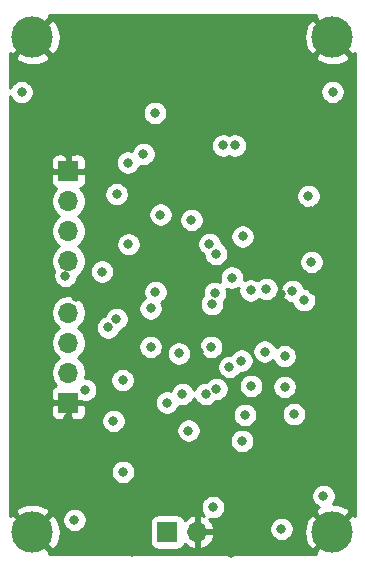
<source format=gbr>
%TF.GenerationSoftware,KiCad,Pcbnew,(5.1.9)-1*%
%TF.CreationDate,2021-03-06T18:52:22-05:00*%
%TF.ProjectId,final_design_v2,66696e61-6c5f-4646-9573-69676e5f7632,rev?*%
%TF.SameCoordinates,Original*%
%TF.FileFunction,Copper,L2,Inr*%
%TF.FilePolarity,Positive*%
%FSLAX46Y46*%
G04 Gerber Fmt 4.6, Leading zero omitted, Abs format (unit mm)*
G04 Created by KiCad (PCBNEW (5.1.9)-1) date 2021-03-06 18:52:22*
%MOMM*%
%LPD*%
G01*
G04 APERTURE LIST*
%TA.AperFunction,ComponentPad*%
%ADD10C,3.500000*%
%TD*%
%TA.AperFunction,ComponentPad*%
%ADD11R,1.700000X1.700000*%
%TD*%
%TA.AperFunction,ComponentPad*%
%ADD12O,1.700000X1.700000*%
%TD*%
%TA.AperFunction,ViaPad*%
%ADD13C,0.800000*%
%TD*%
%TA.AperFunction,Conductor*%
%ADD14C,0.254000*%
%TD*%
%TA.AperFunction,Conductor*%
%ADD15C,0.100000*%
%TD*%
G04 APERTURE END LIST*
D10*
%TO.N,GND*%
%TO.C,H4*%
X162090100Y-121564400D03*
%TD*%
%TO.N,GND*%
%TO.C,H1*%
X136690100Y-79654400D03*
%TD*%
%TO.N,GND*%
%TO.C,H2*%
X136690100Y-121564400D03*
%TD*%
%TO.N,GND*%
%TO.C,H3*%
X162090100Y-79654400D03*
%TD*%
D11*
%TO.N,GND*%
%TO.C,SWD*%
X139738100Y-91008200D03*
D12*
%TO.N,SWCLK*%
X139738100Y-93548200D03*
%TO.N,SWDIO*%
X139738100Y-96088200D03*
%TO.N,+3V3*%
X139738100Y-98628200D03*
%TD*%
%TO.N,+3V3*%
%TO.C,UART*%
X139738100Y-102997000D03*
%TO.N,UART1_TX*%
X139738100Y-105537000D03*
%TO.N,UART1_RX*%
X139738100Y-108077000D03*
D11*
%TO.N,GND*%
X139738100Y-110617000D03*
%TD*%
%TO.N,VCC*%
%TO.C,J3*%
X148120100Y-121564400D03*
D12*
%TO.N,GND*%
X150660100Y-121564400D03*
%TD*%
D13*
%TO.N,GND*%
X160444968Y-101068326D03*
X155386675Y-99063754D03*
X154826831Y-95243735D03*
X160312100Y-94386400D03*
X157377131Y-81414449D03*
X157710040Y-101394371D03*
X159695982Y-106235629D03*
X140381255Y-101659849D03*
X139738100Y-111912400D03*
X139738100Y-89560400D03*
X139536800Y-81231100D03*
X140314646Y-122470447D03*
X145096371Y-123291395D03*
X153528803Y-123316728D03*
X157772100Y-117146400D03*
X160337500Y-108839000D03*
X146850100Y-98044000D03*
X150837900Y-106349800D03*
X153377900Y-111353600D03*
X148450300Y-113385600D03*
X154665600Y-115214400D03*
X144259300Y-115163600D03*
X146951700Y-91160600D03*
X144360900Y-99872800D03*
X143776700Y-106259400D03*
%TO.N,+3V3*%
X160312100Y-98704400D03*
X156502100Y-100990400D03*
X139484967Y-99883934D03*
X140246100Y-120548400D03*
X157772100Y-121310400D03*
X146697700Y-105892600D03*
X151828500Y-105892600D03*
X146697700Y-102641400D03*
X149898100Y-112979200D03*
X143548100Y-112166400D03*
X147053300Y-86080600D03*
X143827500Y-92964000D03*
X152266376Y-109447150D03*
X158826200Y-111594900D03*
X148082000Y-110605400D03*
X154388739Y-107063057D03*
%TO.N,+3.3VA*%
X153365200Y-107594400D03*
X151879300Y-102285800D03*
X154686000Y-111658400D03*
%TO.N,OSC8_IN*%
X156357810Y-106297410D03*
%TO.N,OSC32_IN*%
X158051500Y-109270800D03*
%TO.N,OSC32_OUT*%
X158051500Y-106680000D03*
%TO.N,OSC8_OUT*%
X159680793Y-101943179D03*
%TO.N,VCC*%
X162109974Y-84298165D03*
X135779941Y-84318309D03*
X161328100Y-118516400D03*
X151968200Y-119468900D03*
%TO.N,Net-(C27-Pad2)*%
X160058100Y-93116400D03*
%TO.N,Net-(C28-Pad1)*%
X158697442Y-101144581D03*
%TO.N,Net-(D2-Pad1)*%
X155206700Y-109194600D03*
%TO.N,Net-(D3-Pad1)*%
X142582900Y-99517200D03*
%TO.N,UART1_RX*%
X143094992Y-104237508D03*
%TO.N,UART1_TX*%
X143802100Y-103530400D03*
%TO.N,I2C1_SDA*%
X149390100Y-109880400D03*
X151365100Y-109880400D03*
%TO.N,I2C2_SCL*%
X146088100Y-89560400D03*
X147104100Y-101244400D03*
%TO.N,I2C2_SDA*%
X144774079Y-90284053D03*
X144818100Y-97205800D03*
%TO.N,SPI1_CE*%
X147530100Y-94687517D03*
X152230801Y-98012451D03*
%TO.N,SPI1_SCK*%
X151676100Y-97180400D03*
X150152100Y-95148400D03*
%TO.N,ADC_BATT*%
X149085300Y-106451400D03*
X141160500Y-109524800D03*
X144335500Y-108700400D03*
%TO.N,M1_PWM*%
X152143715Y-101311666D03*
X152835097Y-88835400D03*
%TO.N,M2_PWM*%
X155168600Y-101117400D03*
%TO.N,M3_PWM*%
X153581100Y-100025200D03*
X153835100Y-88835400D03*
%TO.N,M4_PWM*%
X154495500Y-96545400D03*
%TO.N,Net-(Q3-Pad2)*%
X144360900Y-116484400D03*
%TO.N,Net-(Q4-Pad2)*%
X154444700Y-113842800D03*
%TD*%
D14*
%TO.N,GND*%
X160600097Y-77984791D02*
X162090100Y-79474795D01*
X162104242Y-79460652D01*
X162283848Y-79640258D01*
X162269705Y-79654400D01*
X163759709Y-81144403D01*
X163970100Y-81029650D01*
X163970101Y-120189150D01*
X163759709Y-120074397D01*
X162269705Y-121564400D01*
X162283848Y-121578542D01*
X162104242Y-121758148D01*
X162090100Y-121744005D01*
X160600097Y-123234009D01*
X160714850Y-123444400D01*
X138065350Y-123444400D01*
X138180103Y-123234009D01*
X136690100Y-121744005D01*
X136675958Y-121758148D01*
X136496352Y-121578542D01*
X136510495Y-121564400D01*
X136869705Y-121564400D01*
X138359709Y-123054403D01*
X138700866Y-122868327D01*
X138916613Y-122450991D01*
X139046796Y-121999585D01*
X139086413Y-121531454D01*
X139033942Y-121064589D01*
X138891397Y-120616932D01*
X138800279Y-120446461D01*
X139211100Y-120446461D01*
X139211100Y-120650339D01*
X139250874Y-120850298D01*
X139328895Y-121038656D01*
X139442163Y-121208174D01*
X139586326Y-121352337D01*
X139755844Y-121465605D01*
X139944202Y-121543626D01*
X140144161Y-121583400D01*
X140348039Y-121583400D01*
X140547998Y-121543626D01*
X140736356Y-121465605D01*
X140905874Y-121352337D01*
X141050037Y-121208174D01*
X141163305Y-121038656D01*
X141241326Y-120850298D01*
X141268357Y-120714400D01*
X146632028Y-120714400D01*
X146632028Y-122414400D01*
X146644288Y-122538882D01*
X146680598Y-122658580D01*
X146739563Y-122768894D01*
X146818915Y-122865585D01*
X146915606Y-122944937D01*
X147025920Y-123003902D01*
X147145618Y-123040212D01*
X147270100Y-123052472D01*
X148970100Y-123052472D01*
X149094582Y-123040212D01*
X149214280Y-123003902D01*
X149324594Y-122944937D01*
X149421285Y-122865585D01*
X149500637Y-122768894D01*
X149559602Y-122658580D01*
X149584066Y-122577934D01*
X149659831Y-122661988D01*
X149893180Y-122836041D01*
X150156001Y-122961225D01*
X150303210Y-123005876D01*
X150533100Y-122884555D01*
X150533100Y-121691400D01*
X150787100Y-121691400D01*
X150787100Y-122884555D01*
X151016990Y-123005876D01*
X151164199Y-122961225D01*
X151427020Y-122836041D01*
X151660369Y-122661988D01*
X151855278Y-122445755D01*
X152004257Y-122195652D01*
X152101581Y-121921291D01*
X151980914Y-121691400D01*
X150787100Y-121691400D01*
X150533100Y-121691400D01*
X150513100Y-121691400D01*
X150513100Y-121437400D01*
X150533100Y-121437400D01*
X150533100Y-120244245D01*
X150787100Y-120244245D01*
X150787100Y-121437400D01*
X151980914Y-121437400D01*
X152101081Y-121208461D01*
X156737100Y-121208461D01*
X156737100Y-121412339D01*
X156776874Y-121612298D01*
X156854895Y-121800656D01*
X156968163Y-121970174D01*
X157112326Y-122114337D01*
X157281844Y-122227605D01*
X157470202Y-122305626D01*
X157670161Y-122345400D01*
X157874039Y-122345400D01*
X158073998Y-122305626D01*
X158262356Y-122227605D01*
X158431874Y-122114337D01*
X158576037Y-121970174D01*
X158689305Y-121800656D01*
X158767326Y-121612298D01*
X158770300Y-121597346D01*
X159693787Y-121597346D01*
X159746258Y-122064211D01*
X159888803Y-122511868D01*
X160079334Y-122868327D01*
X160420491Y-123054403D01*
X161910495Y-121564400D01*
X160420491Y-120074397D01*
X160079334Y-120260473D01*
X159863587Y-120677809D01*
X159733404Y-121129215D01*
X159693787Y-121597346D01*
X158770300Y-121597346D01*
X158807100Y-121412339D01*
X158807100Y-121208461D01*
X158767326Y-121008502D01*
X158689305Y-120820144D01*
X158576037Y-120650626D01*
X158431874Y-120506463D01*
X158262356Y-120393195D01*
X158073998Y-120315174D01*
X157874039Y-120275400D01*
X157670161Y-120275400D01*
X157470202Y-120315174D01*
X157281844Y-120393195D01*
X157112326Y-120506463D01*
X156968163Y-120650626D01*
X156854895Y-120820144D01*
X156776874Y-121008502D01*
X156737100Y-121208461D01*
X152101081Y-121208461D01*
X152101581Y-121207509D01*
X152004257Y-120933148D01*
X151855278Y-120683045D01*
X151660369Y-120466812D01*
X151644861Y-120455245D01*
X151666302Y-120464126D01*
X151866261Y-120503900D01*
X152070139Y-120503900D01*
X152270098Y-120464126D01*
X152458456Y-120386105D01*
X152627974Y-120272837D01*
X152772137Y-120128674D01*
X152885405Y-119959156D01*
X152963426Y-119770798D01*
X153003200Y-119570839D01*
X153003200Y-119366961D01*
X152963426Y-119167002D01*
X152885405Y-118978644D01*
X152772137Y-118809126D01*
X152627974Y-118664963D01*
X152458456Y-118551695D01*
X152270098Y-118473674D01*
X152070139Y-118433900D01*
X151866261Y-118433900D01*
X151666302Y-118473674D01*
X151477944Y-118551695D01*
X151308426Y-118664963D01*
X151164263Y-118809126D01*
X151050995Y-118978644D01*
X150972974Y-119167002D01*
X150933200Y-119366961D01*
X150933200Y-119570839D01*
X150972974Y-119770798D01*
X151050995Y-119959156D01*
X151164263Y-120128674D01*
X151238604Y-120203015D01*
X151164199Y-120167575D01*
X151016990Y-120122924D01*
X150787100Y-120244245D01*
X150533100Y-120244245D01*
X150303210Y-120122924D01*
X150156001Y-120167575D01*
X149893180Y-120292759D01*
X149659831Y-120466812D01*
X149584066Y-120550866D01*
X149559602Y-120470220D01*
X149500637Y-120359906D01*
X149421285Y-120263215D01*
X149324594Y-120183863D01*
X149214280Y-120124898D01*
X149094582Y-120088588D01*
X148970100Y-120076328D01*
X147270100Y-120076328D01*
X147145618Y-120088588D01*
X147025920Y-120124898D01*
X146915606Y-120183863D01*
X146818915Y-120263215D01*
X146739563Y-120359906D01*
X146680598Y-120470220D01*
X146644288Y-120589918D01*
X146632028Y-120714400D01*
X141268357Y-120714400D01*
X141281100Y-120650339D01*
X141281100Y-120446461D01*
X141241326Y-120246502D01*
X141163305Y-120058144D01*
X141050037Y-119888626D01*
X140905874Y-119744463D01*
X140736356Y-119631195D01*
X140547998Y-119553174D01*
X140348039Y-119513400D01*
X140144161Y-119513400D01*
X139944202Y-119553174D01*
X139755844Y-119631195D01*
X139586326Y-119744463D01*
X139442163Y-119888626D01*
X139328895Y-120058144D01*
X139250874Y-120246502D01*
X139211100Y-120446461D01*
X138800279Y-120446461D01*
X138700866Y-120260473D01*
X138359709Y-120074397D01*
X136869705Y-121564400D01*
X136510495Y-121564400D01*
X135020491Y-120074397D01*
X134810100Y-120189150D01*
X134810100Y-119894791D01*
X135200097Y-119894791D01*
X136690100Y-121384795D01*
X138180103Y-119894791D01*
X137994027Y-119553634D01*
X137576691Y-119337887D01*
X137125285Y-119207704D01*
X136657154Y-119168087D01*
X136190289Y-119220558D01*
X135742632Y-119363103D01*
X135386173Y-119553634D01*
X135200097Y-119894791D01*
X134810100Y-119894791D01*
X134810100Y-118414461D01*
X160293100Y-118414461D01*
X160293100Y-118618339D01*
X160332874Y-118818298D01*
X160410895Y-119006656D01*
X160524163Y-119176174D01*
X160668326Y-119320337D01*
X160837844Y-119433605D01*
X160935249Y-119473952D01*
X160786173Y-119553634D01*
X160600097Y-119894791D01*
X162090100Y-121384795D01*
X163580103Y-119894791D01*
X163394027Y-119553634D01*
X162976691Y-119337887D01*
X162525285Y-119207704D01*
X162133144Y-119174518D01*
X162245305Y-119006656D01*
X162323326Y-118818298D01*
X162363100Y-118618339D01*
X162363100Y-118414461D01*
X162323326Y-118214502D01*
X162245305Y-118026144D01*
X162132037Y-117856626D01*
X161987874Y-117712463D01*
X161818356Y-117599195D01*
X161629998Y-117521174D01*
X161430039Y-117481400D01*
X161226161Y-117481400D01*
X161026202Y-117521174D01*
X160837844Y-117599195D01*
X160668326Y-117712463D01*
X160524163Y-117856626D01*
X160410895Y-118026144D01*
X160332874Y-118214502D01*
X160293100Y-118414461D01*
X134810100Y-118414461D01*
X134810100Y-116382461D01*
X143325900Y-116382461D01*
X143325900Y-116586339D01*
X143365674Y-116786298D01*
X143443695Y-116974656D01*
X143556963Y-117144174D01*
X143701126Y-117288337D01*
X143870644Y-117401605D01*
X144059002Y-117479626D01*
X144258961Y-117519400D01*
X144462839Y-117519400D01*
X144662798Y-117479626D01*
X144851156Y-117401605D01*
X145020674Y-117288337D01*
X145164837Y-117144174D01*
X145278105Y-116974656D01*
X145356126Y-116786298D01*
X145395900Y-116586339D01*
X145395900Y-116382461D01*
X145356126Y-116182502D01*
X145278105Y-115994144D01*
X145164837Y-115824626D01*
X145020674Y-115680463D01*
X144851156Y-115567195D01*
X144662798Y-115489174D01*
X144462839Y-115449400D01*
X144258961Y-115449400D01*
X144059002Y-115489174D01*
X143870644Y-115567195D01*
X143701126Y-115680463D01*
X143556963Y-115824626D01*
X143443695Y-115994144D01*
X143365674Y-116182502D01*
X143325900Y-116382461D01*
X134810100Y-116382461D01*
X134810100Y-111467000D01*
X138250028Y-111467000D01*
X138262288Y-111591482D01*
X138298598Y-111711180D01*
X138357563Y-111821494D01*
X138436915Y-111918185D01*
X138533606Y-111997537D01*
X138643920Y-112056502D01*
X138763618Y-112092812D01*
X138888100Y-112105072D01*
X139452350Y-112102000D01*
X139611100Y-111943250D01*
X139611100Y-110744000D01*
X139865100Y-110744000D01*
X139865100Y-111943250D01*
X140023850Y-112102000D01*
X140588100Y-112105072D01*
X140712582Y-112092812D01*
X140806042Y-112064461D01*
X142513100Y-112064461D01*
X142513100Y-112268339D01*
X142552874Y-112468298D01*
X142630895Y-112656656D01*
X142744163Y-112826174D01*
X142888326Y-112970337D01*
X143057844Y-113083605D01*
X143246202Y-113161626D01*
X143446161Y-113201400D01*
X143650039Y-113201400D01*
X143849998Y-113161626D01*
X144038356Y-113083605D01*
X144207874Y-112970337D01*
X144300950Y-112877261D01*
X148863100Y-112877261D01*
X148863100Y-113081139D01*
X148902874Y-113281098D01*
X148980895Y-113469456D01*
X149094163Y-113638974D01*
X149238326Y-113783137D01*
X149407844Y-113896405D01*
X149596202Y-113974426D01*
X149796161Y-114014200D01*
X150000039Y-114014200D01*
X150199998Y-113974426D01*
X150388356Y-113896405D01*
X150557874Y-113783137D01*
X150600150Y-113740861D01*
X153409700Y-113740861D01*
X153409700Y-113944739D01*
X153449474Y-114144698D01*
X153527495Y-114333056D01*
X153640763Y-114502574D01*
X153784926Y-114646737D01*
X153954444Y-114760005D01*
X154142802Y-114838026D01*
X154342761Y-114877800D01*
X154546639Y-114877800D01*
X154746598Y-114838026D01*
X154934956Y-114760005D01*
X155104474Y-114646737D01*
X155248637Y-114502574D01*
X155361905Y-114333056D01*
X155439926Y-114144698D01*
X155479700Y-113944739D01*
X155479700Y-113740861D01*
X155439926Y-113540902D01*
X155361905Y-113352544D01*
X155248637Y-113183026D01*
X155104474Y-113038863D01*
X154934956Y-112925595D01*
X154746598Y-112847574D01*
X154546639Y-112807800D01*
X154342761Y-112807800D01*
X154142802Y-112847574D01*
X153954444Y-112925595D01*
X153784926Y-113038863D01*
X153640763Y-113183026D01*
X153527495Y-113352544D01*
X153449474Y-113540902D01*
X153409700Y-113740861D01*
X150600150Y-113740861D01*
X150702037Y-113638974D01*
X150815305Y-113469456D01*
X150893326Y-113281098D01*
X150933100Y-113081139D01*
X150933100Y-112877261D01*
X150893326Y-112677302D01*
X150815305Y-112488944D01*
X150702037Y-112319426D01*
X150557874Y-112175263D01*
X150388356Y-112061995D01*
X150199998Y-111983974D01*
X150000039Y-111944200D01*
X149796161Y-111944200D01*
X149596202Y-111983974D01*
X149407844Y-112061995D01*
X149238326Y-112175263D01*
X149094163Y-112319426D01*
X148980895Y-112488944D01*
X148902874Y-112677302D01*
X148863100Y-112877261D01*
X144300950Y-112877261D01*
X144352037Y-112826174D01*
X144465305Y-112656656D01*
X144543326Y-112468298D01*
X144583100Y-112268339D01*
X144583100Y-112064461D01*
X144543326Y-111864502D01*
X144465305Y-111676144D01*
X144352037Y-111506626D01*
X144207874Y-111362463D01*
X144038356Y-111249195D01*
X143849998Y-111171174D01*
X143650039Y-111131400D01*
X143446161Y-111131400D01*
X143246202Y-111171174D01*
X143057844Y-111249195D01*
X142888326Y-111362463D01*
X142744163Y-111506626D01*
X142630895Y-111676144D01*
X142552874Y-111864502D01*
X142513100Y-112064461D01*
X140806042Y-112064461D01*
X140832280Y-112056502D01*
X140942594Y-111997537D01*
X141039285Y-111918185D01*
X141118637Y-111821494D01*
X141177602Y-111711180D01*
X141213912Y-111591482D01*
X141226172Y-111467000D01*
X141223100Y-110902750D01*
X141064350Y-110744000D01*
X139865100Y-110744000D01*
X139611100Y-110744000D01*
X138411850Y-110744000D01*
X138253100Y-110902750D01*
X138250028Y-111467000D01*
X134810100Y-111467000D01*
X134810100Y-109767000D01*
X138250028Y-109767000D01*
X138253100Y-110331250D01*
X138411850Y-110490000D01*
X139611100Y-110490000D01*
X139611100Y-110470000D01*
X139865100Y-110470000D01*
X139865100Y-110490000D01*
X140786113Y-110490000D01*
X140858602Y-110520026D01*
X141058561Y-110559800D01*
X141262439Y-110559800D01*
X141462398Y-110520026D01*
X141502389Y-110503461D01*
X147047000Y-110503461D01*
X147047000Y-110707339D01*
X147086774Y-110907298D01*
X147164795Y-111095656D01*
X147278063Y-111265174D01*
X147422226Y-111409337D01*
X147591744Y-111522605D01*
X147780102Y-111600626D01*
X147980061Y-111640400D01*
X148183939Y-111640400D01*
X148383898Y-111600626D01*
X148490520Y-111556461D01*
X153651000Y-111556461D01*
X153651000Y-111760339D01*
X153690774Y-111960298D01*
X153768795Y-112148656D01*
X153882063Y-112318174D01*
X154026226Y-112462337D01*
X154195744Y-112575605D01*
X154384102Y-112653626D01*
X154584061Y-112693400D01*
X154787939Y-112693400D01*
X154987898Y-112653626D01*
X155176256Y-112575605D01*
X155345774Y-112462337D01*
X155489937Y-112318174D01*
X155603205Y-112148656D01*
X155681226Y-111960298D01*
X155721000Y-111760339D01*
X155721000Y-111556461D01*
X155708370Y-111492961D01*
X157791200Y-111492961D01*
X157791200Y-111696839D01*
X157830974Y-111896798D01*
X157908995Y-112085156D01*
X158022263Y-112254674D01*
X158166426Y-112398837D01*
X158335944Y-112512105D01*
X158524302Y-112590126D01*
X158724261Y-112629900D01*
X158928139Y-112629900D01*
X159128098Y-112590126D01*
X159316456Y-112512105D01*
X159485974Y-112398837D01*
X159630137Y-112254674D01*
X159743405Y-112085156D01*
X159821426Y-111896798D01*
X159861200Y-111696839D01*
X159861200Y-111492961D01*
X159821426Y-111293002D01*
X159743405Y-111104644D01*
X159630137Y-110935126D01*
X159485974Y-110790963D01*
X159316456Y-110677695D01*
X159128098Y-110599674D01*
X158928139Y-110559900D01*
X158724261Y-110559900D01*
X158524302Y-110599674D01*
X158335944Y-110677695D01*
X158166426Y-110790963D01*
X158022263Y-110935126D01*
X157908995Y-111104644D01*
X157830974Y-111293002D01*
X157791200Y-111492961D01*
X155708370Y-111492961D01*
X155681226Y-111356502D01*
X155603205Y-111168144D01*
X155489937Y-110998626D01*
X155345774Y-110854463D01*
X155176256Y-110741195D01*
X154987898Y-110663174D01*
X154787939Y-110623400D01*
X154584061Y-110623400D01*
X154384102Y-110663174D01*
X154195744Y-110741195D01*
X154026226Y-110854463D01*
X153882063Y-110998626D01*
X153768795Y-111168144D01*
X153690774Y-111356502D01*
X153651000Y-111556461D01*
X148490520Y-111556461D01*
X148572256Y-111522605D01*
X148741774Y-111409337D01*
X148885937Y-111265174D01*
X148999205Y-111095656D01*
X149077226Y-110907298D01*
X149083882Y-110873837D01*
X149088202Y-110875626D01*
X149288161Y-110915400D01*
X149492039Y-110915400D01*
X149691998Y-110875626D01*
X149880356Y-110797605D01*
X150049874Y-110684337D01*
X150194037Y-110540174D01*
X150307305Y-110370656D01*
X150377600Y-110200950D01*
X150447895Y-110370656D01*
X150561163Y-110540174D01*
X150705326Y-110684337D01*
X150874844Y-110797605D01*
X151063202Y-110875626D01*
X151263161Y-110915400D01*
X151467039Y-110915400D01*
X151666998Y-110875626D01*
X151855356Y-110797605D01*
X152024874Y-110684337D01*
X152169037Y-110540174D01*
X152207807Y-110482150D01*
X152368315Y-110482150D01*
X152568274Y-110442376D01*
X152756632Y-110364355D01*
X152926150Y-110251087D01*
X153070313Y-110106924D01*
X153183581Y-109937406D01*
X153261602Y-109749048D01*
X153301376Y-109549089D01*
X153301376Y-109345211D01*
X153261602Y-109145252D01*
X153239818Y-109092661D01*
X154171700Y-109092661D01*
X154171700Y-109296539D01*
X154211474Y-109496498D01*
X154289495Y-109684856D01*
X154402763Y-109854374D01*
X154546926Y-109998537D01*
X154716444Y-110111805D01*
X154904802Y-110189826D01*
X155104761Y-110229600D01*
X155308639Y-110229600D01*
X155508598Y-110189826D01*
X155696956Y-110111805D01*
X155866474Y-109998537D01*
X156010637Y-109854374D01*
X156123905Y-109684856D01*
X156201926Y-109496498D01*
X156241700Y-109296539D01*
X156241700Y-109168861D01*
X157016500Y-109168861D01*
X157016500Y-109372739D01*
X157056274Y-109572698D01*
X157134295Y-109761056D01*
X157247563Y-109930574D01*
X157391726Y-110074737D01*
X157561244Y-110188005D01*
X157749602Y-110266026D01*
X157949561Y-110305800D01*
X158153439Y-110305800D01*
X158353398Y-110266026D01*
X158541756Y-110188005D01*
X158711274Y-110074737D01*
X158855437Y-109930574D01*
X158968705Y-109761056D01*
X159046726Y-109572698D01*
X159086500Y-109372739D01*
X159086500Y-109168861D01*
X159046726Y-108968902D01*
X158968705Y-108780544D01*
X158855437Y-108611026D01*
X158711274Y-108466863D01*
X158541756Y-108353595D01*
X158353398Y-108275574D01*
X158153439Y-108235800D01*
X157949561Y-108235800D01*
X157749602Y-108275574D01*
X157561244Y-108353595D01*
X157391726Y-108466863D01*
X157247563Y-108611026D01*
X157134295Y-108780544D01*
X157056274Y-108968902D01*
X157016500Y-109168861D01*
X156241700Y-109168861D01*
X156241700Y-109092661D01*
X156201926Y-108892702D01*
X156123905Y-108704344D01*
X156010637Y-108534826D01*
X155866474Y-108390663D01*
X155696956Y-108277395D01*
X155508598Y-108199374D01*
X155308639Y-108159600D01*
X155104761Y-108159600D01*
X154904802Y-108199374D01*
X154716444Y-108277395D01*
X154546926Y-108390663D01*
X154402763Y-108534826D01*
X154289495Y-108704344D01*
X154211474Y-108892702D01*
X154171700Y-109092661D01*
X153239818Y-109092661D01*
X153183581Y-108956894D01*
X153070313Y-108787376D01*
X152926150Y-108643213D01*
X152756632Y-108529945D01*
X152568274Y-108451924D01*
X152368315Y-108412150D01*
X152164437Y-108412150D01*
X151964478Y-108451924D01*
X151776120Y-108529945D01*
X151606602Y-108643213D01*
X151462439Y-108787376D01*
X151423669Y-108845400D01*
X151263161Y-108845400D01*
X151063202Y-108885174D01*
X150874844Y-108963195D01*
X150705326Y-109076463D01*
X150561163Y-109220626D01*
X150447895Y-109390144D01*
X150377600Y-109559850D01*
X150307305Y-109390144D01*
X150194037Y-109220626D01*
X150049874Y-109076463D01*
X149880356Y-108963195D01*
X149691998Y-108885174D01*
X149492039Y-108845400D01*
X149288161Y-108845400D01*
X149088202Y-108885174D01*
X148899844Y-108963195D01*
X148730326Y-109076463D01*
X148586163Y-109220626D01*
X148472895Y-109390144D01*
X148394874Y-109578502D01*
X148388218Y-109611963D01*
X148383898Y-109610174D01*
X148183939Y-109570400D01*
X147980061Y-109570400D01*
X147780102Y-109610174D01*
X147591744Y-109688195D01*
X147422226Y-109801463D01*
X147278063Y-109945626D01*
X147164795Y-110115144D01*
X147086774Y-110303502D01*
X147047000Y-110503461D01*
X141502389Y-110503461D01*
X141650756Y-110442005D01*
X141820274Y-110328737D01*
X141964437Y-110184574D01*
X142077705Y-110015056D01*
X142155726Y-109826698D01*
X142195500Y-109626739D01*
X142195500Y-109422861D01*
X142155726Y-109222902D01*
X142077705Y-109034544D01*
X141964437Y-108865026D01*
X141820274Y-108720863D01*
X141650756Y-108607595D01*
X141628705Y-108598461D01*
X143300500Y-108598461D01*
X143300500Y-108802339D01*
X143340274Y-109002298D01*
X143418295Y-109190656D01*
X143531563Y-109360174D01*
X143675726Y-109504337D01*
X143845244Y-109617605D01*
X144033602Y-109695626D01*
X144233561Y-109735400D01*
X144437439Y-109735400D01*
X144637398Y-109695626D01*
X144825756Y-109617605D01*
X144995274Y-109504337D01*
X145139437Y-109360174D01*
X145252705Y-109190656D01*
X145330726Y-109002298D01*
X145370500Y-108802339D01*
X145370500Y-108598461D01*
X145330726Y-108398502D01*
X145252705Y-108210144D01*
X145139437Y-108040626D01*
X144995274Y-107896463D01*
X144825756Y-107783195D01*
X144637398Y-107705174D01*
X144437439Y-107665400D01*
X144233561Y-107665400D01*
X144033602Y-107705174D01*
X143845244Y-107783195D01*
X143675726Y-107896463D01*
X143531563Y-108040626D01*
X143418295Y-108210144D01*
X143340274Y-108398502D01*
X143300500Y-108598461D01*
X141628705Y-108598461D01*
X141462398Y-108529574D01*
X141262439Y-108489800D01*
X141170081Y-108489800D01*
X141223100Y-108223260D01*
X141223100Y-107930740D01*
X141166032Y-107643842D01*
X141103329Y-107492461D01*
X152330200Y-107492461D01*
X152330200Y-107696339D01*
X152369974Y-107896298D01*
X152447995Y-108084656D01*
X152561263Y-108254174D01*
X152705426Y-108398337D01*
X152874944Y-108511605D01*
X153063302Y-108589626D01*
X153263261Y-108629400D01*
X153467139Y-108629400D01*
X153667098Y-108589626D01*
X153855456Y-108511605D01*
X154024974Y-108398337D01*
X154169137Y-108254174D01*
X154275017Y-108095713D01*
X154286800Y-108098057D01*
X154490678Y-108098057D01*
X154690637Y-108058283D01*
X154878995Y-107980262D01*
X155048513Y-107866994D01*
X155192676Y-107722831D01*
X155305944Y-107553313D01*
X155383965Y-107364955D01*
X155423739Y-107164996D01*
X155423739Y-106961118D01*
X155383965Y-106761159D01*
X155305944Y-106572801D01*
X155192676Y-106403283D01*
X155048513Y-106259120D01*
X154953256Y-106195471D01*
X155322810Y-106195471D01*
X155322810Y-106399349D01*
X155362584Y-106599308D01*
X155440605Y-106787666D01*
X155553873Y-106957184D01*
X155698036Y-107101347D01*
X155867554Y-107214615D01*
X156055912Y-107292636D01*
X156255871Y-107332410D01*
X156459749Y-107332410D01*
X156659708Y-107292636D01*
X156848066Y-107214615D01*
X157017584Y-107101347D01*
X157079928Y-107039003D01*
X157134295Y-107170256D01*
X157247563Y-107339774D01*
X157391726Y-107483937D01*
X157561244Y-107597205D01*
X157749602Y-107675226D01*
X157949561Y-107715000D01*
X158153439Y-107715000D01*
X158353398Y-107675226D01*
X158541756Y-107597205D01*
X158711274Y-107483937D01*
X158855437Y-107339774D01*
X158968705Y-107170256D01*
X159046726Y-106981898D01*
X159086500Y-106781939D01*
X159086500Y-106578061D01*
X159046726Y-106378102D01*
X158968705Y-106189744D01*
X158855437Y-106020226D01*
X158711274Y-105876063D01*
X158541756Y-105762795D01*
X158353398Y-105684774D01*
X158153439Y-105645000D01*
X157949561Y-105645000D01*
X157749602Y-105684774D01*
X157561244Y-105762795D01*
X157391726Y-105876063D01*
X157329382Y-105938407D01*
X157275015Y-105807154D01*
X157161747Y-105637636D01*
X157017584Y-105493473D01*
X156848066Y-105380205D01*
X156659708Y-105302184D01*
X156459749Y-105262410D01*
X156255871Y-105262410D01*
X156055912Y-105302184D01*
X155867554Y-105380205D01*
X155698036Y-105493473D01*
X155553873Y-105637636D01*
X155440605Y-105807154D01*
X155362584Y-105995512D01*
X155322810Y-106195471D01*
X154953256Y-106195471D01*
X154878995Y-106145852D01*
X154690637Y-106067831D01*
X154490678Y-106028057D01*
X154286800Y-106028057D01*
X154086841Y-106067831D01*
X153898483Y-106145852D01*
X153728965Y-106259120D01*
X153584802Y-106403283D01*
X153478922Y-106561744D01*
X153467139Y-106559400D01*
X153263261Y-106559400D01*
X153063302Y-106599174D01*
X152874944Y-106677195D01*
X152705426Y-106790463D01*
X152561263Y-106934626D01*
X152447995Y-107104144D01*
X152369974Y-107292502D01*
X152330200Y-107492461D01*
X141103329Y-107492461D01*
X141054090Y-107373589D01*
X140891575Y-107130368D01*
X140684732Y-106923525D01*
X140510340Y-106807000D01*
X140684732Y-106690475D01*
X140891575Y-106483632D01*
X141054090Y-106240411D01*
X141166032Y-105970158D01*
X141201736Y-105790661D01*
X145662700Y-105790661D01*
X145662700Y-105994539D01*
X145702474Y-106194498D01*
X145780495Y-106382856D01*
X145893763Y-106552374D01*
X146037926Y-106696537D01*
X146207444Y-106809805D01*
X146395802Y-106887826D01*
X146595761Y-106927600D01*
X146799639Y-106927600D01*
X146999598Y-106887826D01*
X147187956Y-106809805D01*
X147357474Y-106696537D01*
X147501637Y-106552374D01*
X147614905Y-106382856D01*
X147628737Y-106349461D01*
X148050300Y-106349461D01*
X148050300Y-106553339D01*
X148090074Y-106753298D01*
X148168095Y-106941656D01*
X148281363Y-107111174D01*
X148425526Y-107255337D01*
X148595044Y-107368605D01*
X148783402Y-107446626D01*
X148983361Y-107486400D01*
X149187239Y-107486400D01*
X149387198Y-107446626D01*
X149575556Y-107368605D01*
X149745074Y-107255337D01*
X149889237Y-107111174D01*
X150002505Y-106941656D01*
X150080526Y-106753298D01*
X150120300Y-106553339D01*
X150120300Y-106349461D01*
X150080526Y-106149502D01*
X150002505Y-105961144D01*
X149889237Y-105791626D01*
X149888272Y-105790661D01*
X150793500Y-105790661D01*
X150793500Y-105994539D01*
X150833274Y-106194498D01*
X150911295Y-106382856D01*
X151024563Y-106552374D01*
X151168726Y-106696537D01*
X151338244Y-106809805D01*
X151526602Y-106887826D01*
X151726561Y-106927600D01*
X151930439Y-106927600D01*
X152130398Y-106887826D01*
X152318756Y-106809805D01*
X152488274Y-106696537D01*
X152632437Y-106552374D01*
X152745705Y-106382856D01*
X152823726Y-106194498D01*
X152863500Y-105994539D01*
X152863500Y-105790661D01*
X152823726Y-105590702D01*
X152745705Y-105402344D01*
X152632437Y-105232826D01*
X152488274Y-105088663D01*
X152318756Y-104975395D01*
X152130398Y-104897374D01*
X151930439Y-104857600D01*
X151726561Y-104857600D01*
X151526602Y-104897374D01*
X151338244Y-104975395D01*
X151168726Y-105088663D01*
X151024563Y-105232826D01*
X150911295Y-105402344D01*
X150833274Y-105590702D01*
X150793500Y-105790661D01*
X149888272Y-105790661D01*
X149745074Y-105647463D01*
X149575556Y-105534195D01*
X149387198Y-105456174D01*
X149187239Y-105416400D01*
X148983361Y-105416400D01*
X148783402Y-105456174D01*
X148595044Y-105534195D01*
X148425526Y-105647463D01*
X148281363Y-105791626D01*
X148168095Y-105961144D01*
X148090074Y-106149502D01*
X148050300Y-106349461D01*
X147628737Y-106349461D01*
X147692926Y-106194498D01*
X147732700Y-105994539D01*
X147732700Y-105790661D01*
X147692926Y-105590702D01*
X147614905Y-105402344D01*
X147501637Y-105232826D01*
X147357474Y-105088663D01*
X147187956Y-104975395D01*
X146999598Y-104897374D01*
X146799639Y-104857600D01*
X146595761Y-104857600D01*
X146395802Y-104897374D01*
X146207444Y-104975395D01*
X146037926Y-105088663D01*
X145893763Y-105232826D01*
X145780495Y-105402344D01*
X145702474Y-105590702D01*
X145662700Y-105790661D01*
X141201736Y-105790661D01*
X141223100Y-105683260D01*
X141223100Y-105390740D01*
X141166032Y-105103842D01*
X141054090Y-104833589D01*
X140891575Y-104590368D01*
X140684732Y-104383525D01*
X140510340Y-104267000D01*
X140684732Y-104150475D01*
X140699638Y-104135569D01*
X142059992Y-104135569D01*
X142059992Y-104339447D01*
X142099766Y-104539406D01*
X142177787Y-104727764D01*
X142291055Y-104897282D01*
X142435218Y-105041445D01*
X142604736Y-105154713D01*
X142793094Y-105232734D01*
X142993053Y-105272508D01*
X143196931Y-105272508D01*
X143396890Y-105232734D01*
X143585248Y-105154713D01*
X143754766Y-105041445D01*
X143898929Y-104897282D01*
X144012197Y-104727764D01*
X144090218Y-104539406D01*
X144092504Y-104527912D01*
X144103998Y-104525626D01*
X144292356Y-104447605D01*
X144461874Y-104334337D01*
X144606037Y-104190174D01*
X144719305Y-104020656D01*
X144797326Y-103832298D01*
X144837100Y-103632339D01*
X144837100Y-103428461D01*
X144797326Y-103228502D01*
X144719305Y-103040144D01*
X144606037Y-102870626D01*
X144461874Y-102726463D01*
X144292356Y-102613195D01*
X144114348Y-102539461D01*
X145662700Y-102539461D01*
X145662700Y-102743339D01*
X145702474Y-102943298D01*
X145780495Y-103131656D01*
X145893763Y-103301174D01*
X146037926Y-103445337D01*
X146207444Y-103558605D01*
X146395802Y-103636626D01*
X146595761Y-103676400D01*
X146799639Y-103676400D01*
X146999598Y-103636626D01*
X147187956Y-103558605D01*
X147357474Y-103445337D01*
X147501637Y-103301174D01*
X147614905Y-103131656D01*
X147692926Y-102943298D01*
X147732700Y-102743339D01*
X147732700Y-102539461D01*
X147692926Y-102339502D01*
X147628457Y-102183861D01*
X150844300Y-102183861D01*
X150844300Y-102387739D01*
X150884074Y-102587698D01*
X150962095Y-102776056D01*
X151075363Y-102945574D01*
X151219526Y-103089737D01*
X151389044Y-103203005D01*
X151577402Y-103281026D01*
X151777361Y-103320800D01*
X151981239Y-103320800D01*
X152181198Y-103281026D01*
X152369556Y-103203005D01*
X152539074Y-103089737D01*
X152683237Y-102945574D01*
X152796505Y-102776056D01*
X152874526Y-102587698D01*
X152914300Y-102387739D01*
X152914300Y-102183861D01*
X152884591Y-102034501D01*
X152947652Y-101971440D01*
X153060920Y-101801922D01*
X153138941Y-101613564D01*
X153178715Y-101413605D01*
X153178715Y-101209727D01*
X153138941Y-101009768D01*
X153115221Y-100952502D01*
X153279202Y-101020426D01*
X153479161Y-101060200D01*
X153683039Y-101060200D01*
X153882998Y-101020426D01*
X154071356Y-100942405D01*
X154159900Y-100883242D01*
X154133600Y-101015461D01*
X154133600Y-101219339D01*
X154173374Y-101419298D01*
X154251395Y-101607656D01*
X154364663Y-101777174D01*
X154508826Y-101921337D01*
X154678344Y-102034605D01*
X154866702Y-102112626D01*
X155066661Y-102152400D01*
X155270539Y-102152400D01*
X155470498Y-102112626D01*
X155658856Y-102034605D01*
X155828374Y-101921337D01*
X155910093Y-101839618D01*
X156011844Y-101907605D01*
X156200202Y-101985626D01*
X156400161Y-102025400D01*
X156604039Y-102025400D01*
X156803998Y-101985626D01*
X156992356Y-101907605D01*
X157161874Y-101794337D01*
X157306037Y-101650174D01*
X157419305Y-101480656D01*
X157497326Y-101292298D01*
X157537100Y-101092339D01*
X157537100Y-101042642D01*
X157662442Y-101042642D01*
X157662442Y-101246520D01*
X157702216Y-101446479D01*
X157780237Y-101634837D01*
X157893505Y-101804355D01*
X158037668Y-101948518D01*
X158207186Y-102061786D01*
X158395544Y-102139807D01*
X158595503Y-102179581D01*
X158672539Y-102179581D01*
X158685567Y-102245077D01*
X158763588Y-102433435D01*
X158876856Y-102602953D01*
X159021019Y-102747116D01*
X159190537Y-102860384D01*
X159378895Y-102938405D01*
X159578854Y-102978179D01*
X159782732Y-102978179D01*
X159982691Y-102938405D01*
X160171049Y-102860384D01*
X160340567Y-102747116D01*
X160484730Y-102602953D01*
X160597998Y-102433435D01*
X160676019Y-102245077D01*
X160715793Y-102045118D01*
X160715793Y-101841240D01*
X160676019Y-101641281D01*
X160597998Y-101452923D01*
X160484730Y-101283405D01*
X160340567Y-101139242D01*
X160171049Y-101025974D01*
X159982691Y-100947953D01*
X159782732Y-100908179D01*
X159705696Y-100908179D01*
X159692668Y-100842683D01*
X159614647Y-100654325D01*
X159501379Y-100484807D01*
X159357216Y-100340644D01*
X159187698Y-100227376D01*
X158999340Y-100149355D01*
X158799381Y-100109581D01*
X158595503Y-100109581D01*
X158395544Y-100149355D01*
X158207186Y-100227376D01*
X158037668Y-100340644D01*
X157893505Y-100484807D01*
X157780237Y-100654325D01*
X157702216Y-100842683D01*
X157662442Y-101042642D01*
X157537100Y-101042642D01*
X157537100Y-100888461D01*
X157497326Y-100688502D01*
X157419305Y-100500144D01*
X157306037Y-100330626D01*
X157161874Y-100186463D01*
X156992356Y-100073195D01*
X156803998Y-99995174D01*
X156604039Y-99955400D01*
X156400161Y-99955400D01*
X156200202Y-99995174D01*
X156011844Y-100073195D01*
X155842326Y-100186463D01*
X155760607Y-100268182D01*
X155658856Y-100200195D01*
X155470498Y-100122174D01*
X155270539Y-100082400D01*
X155066661Y-100082400D01*
X154866702Y-100122174D01*
X154678344Y-100200195D01*
X154589800Y-100259358D01*
X154616100Y-100127139D01*
X154616100Y-99923261D01*
X154576326Y-99723302D01*
X154498305Y-99534944D01*
X154385037Y-99365426D01*
X154240874Y-99221263D01*
X154071356Y-99107995D01*
X153882998Y-99029974D01*
X153683039Y-98990200D01*
X153479161Y-98990200D01*
X153279202Y-99029974D01*
X153090844Y-99107995D01*
X152921326Y-99221263D01*
X152777163Y-99365426D01*
X152663895Y-99534944D01*
X152585874Y-99723302D01*
X152546100Y-99923261D01*
X152546100Y-100127139D01*
X152585874Y-100327098D01*
X152609594Y-100384364D01*
X152445613Y-100316440D01*
X152245654Y-100276666D01*
X152041776Y-100276666D01*
X151841817Y-100316440D01*
X151653459Y-100394461D01*
X151483941Y-100507729D01*
X151339778Y-100651892D01*
X151226510Y-100821410D01*
X151148489Y-101009768D01*
X151108715Y-101209727D01*
X151108715Y-101413605D01*
X151138424Y-101562965D01*
X151075363Y-101626026D01*
X150962095Y-101795544D01*
X150884074Y-101983902D01*
X150844300Y-102183861D01*
X147628457Y-102183861D01*
X147614905Y-102151144D01*
X147613395Y-102148884D01*
X147763874Y-102048337D01*
X147908037Y-101904174D01*
X148021305Y-101734656D01*
X148099326Y-101546298D01*
X148139100Y-101346339D01*
X148139100Y-101142461D01*
X148099326Y-100942502D01*
X148021305Y-100754144D01*
X147908037Y-100584626D01*
X147763874Y-100440463D01*
X147594356Y-100327195D01*
X147405998Y-100249174D01*
X147206039Y-100209400D01*
X147002161Y-100209400D01*
X146802202Y-100249174D01*
X146613844Y-100327195D01*
X146444326Y-100440463D01*
X146300163Y-100584626D01*
X146186895Y-100754144D01*
X146108874Y-100942502D01*
X146069100Y-101142461D01*
X146069100Y-101346339D01*
X146108874Y-101546298D01*
X146186895Y-101734656D01*
X146188405Y-101736916D01*
X146037926Y-101837463D01*
X145893763Y-101981626D01*
X145780495Y-102151144D01*
X145702474Y-102339502D01*
X145662700Y-102539461D01*
X144114348Y-102539461D01*
X144103998Y-102535174D01*
X143904039Y-102495400D01*
X143700161Y-102495400D01*
X143500202Y-102535174D01*
X143311844Y-102613195D01*
X143142326Y-102726463D01*
X142998163Y-102870626D01*
X142884895Y-103040144D01*
X142806874Y-103228502D01*
X142804588Y-103239996D01*
X142793094Y-103242282D01*
X142604736Y-103320303D01*
X142435218Y-103433571D01*
X142291055Y-103577734D01*
X142177787Y-103747252D01*
X142099766Y-103935610D01*
X142059992Y-104135569D01*
X140699638Y-104135569D01*
X140891575Y-103943632D01*
X141054090Y-103700411D01*
X141166032Y-103430158D01*
X141223100Y-103143260D01*
X141223100Y-102850740D01*
X141166032Y-102563842D01*
X141054090Y-102293589D01*
X140891575Y-102050368D01*
X140684732Y-101843525D01*
X140441511Y-101681010D01*
X140171258Y-101569068D01*
X139884360Y-101512000D01*
X139591840Y-101512000D01*
X139304942Y-101569068D01*
X139034689Y-101681010D01*
X138791468Y-101843525D01*
X138584625Y-102050368D01*
X138422110Y-102293589D01*
X138310168Y-102563842D01*
X138253100Y-102850740D01*
X138253100Y-103143260D01*
X138310168Y-103430158D01*
X138422110Y-103700411D01*
X138584625Y-103943632D01*
X138791468Y-104150475D01*
X138965860Y-104267000D01*
X138791468Y-104383525D01*
X138584625Y-104590368D01*
X138422110Y-104833589D01*
X138310168Y-105103842D01*
X138253100Y-105390740D01*
X138253100Y-105683260D01*
X138310168Y-105970158D01*
X138422110Y-106240411D01*
X138584625Y-106483632D01*
X138791468Y-106690475D01*
X138965860Y-106807000D01*
X138791468Y-106923525D01*
X138584625Y-107130368D01*
X138422110Y-107373589D01*
X138310168Y-107643842D01*
X138253100Y-107930740D01*
X138253100Y-108223260D01*
X138310168Y-108510158D01*
X138422110Y-108780411D01*
X138584625Y-109023632D01*
X138716480Y-109155487D01*
X138643920Y-109177498D01*
X138533606Y-109236463D01*
X138436915Y-109315815D01*
X138357563Y-109412506D01*
X138298598Y-109522820D01*
X138262288Y-109642518D01*
X138250028Y-109767000D01*
X134810100Y-109767000D01*
X134810100Y-91858200D01*
X138250028Y-91858200D01*
X138262288Y-91982682D01*
X138298598Y-92102380D01*
X138357563Y-92212694D01*
X138436915Y-92309385D01*
X138533606Y-92388737D01*
X138643920Y-92447702D01*
X138716480Y-92469713D01*
X138584625Y-92601568D01*
X138422110Y-92844789D01*
X138310168Y-93115042D01*
X138253100Y-93401940D01*
X138253100Y-93694460D01*
X138310168Y-93981358D01*
X138422110Y-94251611D01*
X138584625Y-94494832D01*
X138791468Y-94701675D01*
X138965860Y-94818200D01*
X138791468Y-94934725D01*
X138584625Y-95141568D01*
X138422110Y-95384789D01*
X138310168Y-95655042D01*
X138253100Y-95941940D01*
X138253100Y-96234460D01*
X138310168Y-96521358D01*
X138422110Y-96791611D01*
X138584625Y-97034832D01*
X138791468Y-97241675D01*
X138965860Y-97358200D01*
X138791468Y-97474725D01*
X138584625Y-97681568D01*
X138422110Y-97924789D01*
X138310168Y-98195042D01*
X138253100Y-98481940D01*
X138253100Y-98774460D01*
X138310168Y-99061358D01*
X138422110Y-99331611D01*
X138527894Y-99489928D01*
X138489741Y-99582036D01*
X138449967Y-99781995D01*
X138449967Y-99985873D01*
X138489741Y-100185832D01*
X138567762Y-100374190D01*
X138681030Y-100543708D01*
X138825193Y-100687871D01*
X138994711Y-100801139D01*
X139183069Y-100879160D01*
X139383028Y-100918934D01*
X139586906Y-100918934D01*
X139786865Y-100879160D01*
X139975223Y-100801139D01*
X140144741Y-100687871D01*
X140288904Y-100543708D01*
X140402172Y-100374190D01*
X140480193Y-100185832D01*
X140519967Y-99985873D01*
X140519967Y-99891767D01*
X140684732Y-99781675D01*
X140891575Y-99574832D01*
X140998196Y-99415261D01*
X141547900Y-99415261D01*
X141547900Y-99619139D01*
X141587674Y-99819098D01*
X141665695Y-100007456D01*
X141778963Y-100176974D01*
X141923126Y-100321137D01*
X142092644Y-100434405D01*
X142281002Y-100512426D01*
X142480961Y-100552200D01*
X142684839Y-100552200D01*
X142884798Y-100512426D01*
X143073156Y-100434405D01*
X143242674Y-100321137D01*
X143386837Y-100176974D01*
X143500105Y-100007456D01*
X143578126Y-99819098D01*
X143617900Y-99619139D01*
X143617900Y-99415261D01*
X143578126Y-99215302D01*
X143500105Y-99026944D01*
X143386837Y-98857426D01*
X143242674Y-98713263D01*
X143073156Y-98599995D01*
X142884798Y-98521974D01*
X142684839Y-98482200D01*
X142480961Y-98482200D01*
X142281002Y-98521974D01*
X142092644Y-98599995D01*
X141923126Y-98713263D01*
X141778963Y-98857426D01*
X141665695Y-99026944D01*
X141587674Y-99215302D01*
X141547900Y-99415261D01*
X140998196Y-99415261D01*
X141054090Y-99331611D01*
X141166032Y-99061358D01*
X141223100Y-98774460D01*
X141223100Y-98481940D01*
X141166032Y-98195042D01*
X141054090Y-97924789D01*
X140891575Y-97681568D01*
X140684732Y-97474725D01*
X140510340Y-97358200D01*
X140684732Y-97241675D01*
X140822546Y-97103861D01*
X143783100Y-97103861D01*
X143783100Y-97307739D01*
X143822874Y-97507698D01*
X143900895Y-97696056D01*
X144014163Y-97865574D01*
X144158326Y-98009737D01*
X144327844Y-98123005D01*
X144516202Y-98201026D01*
X144716161Y-98240800D01*
X144920039Y-98240800D01*
X145119998Y-98201026D01*
X145308356Y-98123005D01*
X145477874Y-98009737D01*
X145622037Y-97865574D01*
X145735305Y-97696056D01*
X145813326Y-97507698D01*
X145853100Y-97307739D01*
X145853100Y-97103861D01*
X145848048Y-97078461D01*
X150641100Y-97078461D01*
X150641100Y-97282339D01*
X150680874Y-97482298D01*
X150758895Y-97670656D01*
X150872163Y-97840174D01*
X151016326Y-97984337D01*
X151185844Y-98097605D01*
X151195801Y-98101729D01*
X151195801Y-98114390D01*
X151235575Y-98314349D01*
X151313596Y-98502707D01*
X151426864Y-98672225D01*
X151571027Y-98816388D01*
X151740545Y-98929656D01*
X151928903Y-99007677D01*
X152128862Y-99047451D01*
X152332740Y-99047451D01*
X152532699Y-99007677D01*
X152721057Y-98929656D01*
X152890575Y-98816388D01*
X153034738Y-98672225D01*
X153081352Y-98602461D01*
X159277100Y-98602461D01*
X159277100Y-98806339D01*
X159316874Y-99006298D01*
X159394895Y-99194656D01*
X159508163Y-99364174D01*
X159652326Y-99508337D01*
X159821844Y-99621605D01*
X160010202Y-99699626D01*
X160210161Y-99739400D01*
X160414039Y-99739400D01*
X160613998Y-99699626D01*
X160802356Y-99621605D01*
X160971874Y-99508337D01*
X161116037Y-99364174D01*
X161229305Y-99194656D01*
X161307326Y-99006298D01*
X161347100Y-98806339D01*
X161347100Y-98602461D01*
X161307326Y-98402502D01*
X161229305Y-98214144D01*
X161116037Y-98044626D01*
X160971874Y-97900463D01*
X160802356Y-97787195D01*
X160613998Y-97709174D01*
X160414039Y-97669400D01*
X160210161Y-97669400D01*
X160010202Y-97709174D01*
X159821844Y-97787195D01*
X159652326Y-97900463D01*
X159508163Y-98044626D01*
X159394895Y-98214144D01*
X159316874Y-98402502D01*
X159277100Y-98602461D01*
X153081352Y-98602461D01*
X153148006Y-98502707D01*
X153226027Y-98314349D01*
X153265801Y-98114390D01*
X153265801Y-97910512D01*
X153226027Y-97710553D01*
X153148006Y-97522195D01*
X153034738Y-97352677D01*
X152890575Y-97208514D01*
X152721057Y-97095246D01*
X152711100Y-97091122D01*
X152711100Y-97078461D01*
X152671326Y-96878502D01*
X152593305Y-96690144D01*
X152480037Y-96520626D01*
X152402872Y-96443461D01*
X153460500Y-96443461D01*
X153460500Y-96647339D01*
X153500274Y-96847298D01*
X153578295Y-97035656D01*
X153691563Y-97205174D01*
X153835726Y-97349337D01*
X154005244Y-97462605D01*
X154193602Y-97540626D01*
X154393561Y-97580400D01*
X154597439Y-97580400D01*
X154797398Y-97540626D01*
X154985756Y-97462605D01*
X155155274Y-97349337D01*
X155299437Y-97205174D01*
X155412705Y-97035656D01*
X155490726Y-96847298D01*
X155530500Y-96647339D01*
X155530500Y-96443461D01*
X155490726Y-96243502D01*
X155412705Y-96055144D01*
X155299437Y-95885626D01*
X155155274Y-95741463D01*
X154985756Y-95628195D01*
X154797398Y-95550174D01*
X154597439Y-95510400D01*
X154393561Y-95510400D01*
X154193602Y-95550174D01*
X154005244Y-95628195D01*
X153835726Y-95741463D01*
X153691563Y-95885626D01*
X153578295Y-96055144D01*
X153500274Y-96243502D01*
X153460500Y-96443461D01*
X152402872Y-96443461D01*
X152335874Y-96376463D01*
X152166356Y-96263195D01*
X151977998Y-96185174D01*
X151778039Y-96145400D01*
X151574161Y-96145400D01*
X151374202Y-96185174D01*
X151185844Y-96263195D01*
X151016326Y-96376463D01*
X150872163Y-96520626D01*
X150758895Y-96690144D01*
X150680874Y-96878502D01*
X150641100Y-97078461D01*
X145848048Y-97078461D01*
X145813326Y-96903902D01*
X145735305Y-96715544D01*
X145622037Y-96546026D01*
X145477874Y-96401863D01*
X145308356Y-96288595D01*
X145119998Y-96210574D01*
X144920039Y-96170800D01*
X144716161Y-96170800D01*
X144516202Y-96210574D01*
X144327844Y-96288595D01*
X144158326Y-96401863D01*
X144014163Y-96546026D01*
X143900895Y-96715544D01*
X143822874Y-96903902D01*
X143783100Y-97103861D01*
X140822546Y-97103861D01*
X140891575Y-97034832D01*
X141054090Y-96791611D01*
X141166032Y-96521358D01*
X141223100Y-96234460D01*
X141223100Y-95941940D01*
X141166032Y-95655042D01*
X141054090Y-95384789D01*
X140891575Y-95141568D01*
X140684732Y-94934725D01*
X140510340Y-94818200D01*
X140684732Y-94701675D01*
X140800829Y-94585578D01*
X146495100Y-94585578D01*
X146495100Y-94789456D01*
X146534874Y-94989415D01*
X146612895Y-95177773D01*
X146726163Y-95347291D01*
X146870326Y-95491454D01*
X147039844Y-95604722D01*
X147228202Y-95682743D01*
X147428161Y-95722517D01*
X147632039Y-95722517D01*
X147831998Y-95682743D01*
X148020356Y-95604722D01*
X148189874Y-95491454D01*
X148334037Y-95347291D01*
X148447305Y-95177773D01*
X148501696Y-95046461D01*
X149117100Y-95046461D01*
X149117100Y-95250339D01*
X149156874Y-95450298D01*
X149234895Y-95638656D01*
X149348163Y-95808174D01*
X149492326Y-95952337D01*
X149661844Y-96065605D01*
X149850202Y-96143626D01*
X150050161Y-96183400D01*
X150254039Y-96183400D01*
X150453998Y-96143626D01*
X150642356Y-96065605D01*
X150811874Y-95952337D01*
X150956037Y-95808174D01*
X151069305Y-95638656D01*
X151147326Y-95450298D01*
X151187100Y-95250339D01*
X151187100Y-95046461D01*
X151147326Y-94846502D01*
X151069305Y-94658144D01*
X150956037Y-94488626D01*
X150811874Y-94344463D01*
X150642356Y-94231195D01*
X150453998Y-94153174D01*
X150254039Y-94113400D01*
X150050161Y-94113400D01*
X149850202Y-94153174D01*
X149661844Y-94231195D01*
X149492326Y-94344463D01*
X149348163Y-94488626D01*
X149234895Y-94658144D01*
X149156874Y-94846502D01*
X149117100Y-95046461D01*
X148501696Y-95046461D01*
X148525326Y-94989415D01*
X148565100Y-94789456D01*
X148565100Y-94585578D01*
X148525326Y-94385619D01*
X148447305Y-94197261D01*
X148334037Y-94027743D01*
X148189874Y-93883580D01*
X148020356Y-93770312D01*
X147831998Y-93692291D01*
X147632039Y-93652517D01*
X147428161Y-93652517D01*
X147228202Y-93692291D01*
X147039844Y-93770312D01*
X146870326Y-93883580D01*
X146726163Y-94027743D01*
X146612895Y-94197261D01*
X146534874Y-94385619D01*
X146495100Y-94585578D01*
X140800829Y-94585578D01*
X140891575Y-94494832D01*
X141054090Y-94251611D01*
X141166032Y-93981358D01*
X141223100Y-93694460D01*
X141223100Y-93401940D01*
X141166032Y-93115042D01*
X141061245Y-92862061D01*
X142792500Y-92862061D01*
X142792500Y-93065939D01*
X142832274Y-93265898D01*
X142910295Y-93454256D01*
X143023563Y-93623774D01*
X143167726Y-93767937D01*
X143337244Y-93881205D01*
X143525602Y-93959226D01*
X143725561Y-93999000D01*
X143929439Y-93999000D01*
X144129398Y-93959226D01*
X144317756Y-93881205D01*
X144487274Y-93767937D01*
X144631437Y-93623774D01*
X144744705Y-93454256D01*
X144822726Y-93265898D01*
X144862500Y-93065939D01*
X144862500Y-93014461D01*
X159023100Y-93014461D01*
X159023100Y-93218339D01*
X159062874Y-93418298D01*
X159140895Y-93606656D01*
X159254163Y-93776174D01*
X159398326Y-93920337D01*
X159567844Y-94033605D01*
X159756202Y-94111626D01*
X159956161Y-94151400D01*
X160160039Y-94151400D01*
X160359998Y-94111626D01*
X160548356Y-94033605D01*
X160717874Y-93920337D01*
X160862037Y-93776174D01*
X160975305Y-93606656D01*
X161053326Y-93418298D01*
X161093100Y-93218339D01*
X161093100Y-93014461D01*
X161053326Y-92814502D01*
X160975305Y-92626144D01*
X160862037Y-92456626D01*
X160717874Y-92312463D01*
X160548356Y-92199195D01*
X160359998Y-92121174D01*
X160160039Y-92081400D01*
X159956161Y-92081400D01*
X159756202Y-92121174D01*
X159567844Y-92199195D01*
X159398326Y-92312463D01*
X159254163Y-92456626D01*
X159140895Y-92626144D01*
X159062874Y-92814502D01*
X159023100Y-93014461D01*
X144862500Y-93014461D01*
X144862500Y-92862061D01*
X144822726Y-92662102D01*
X144744705Y-92473744D01*
X144631437Y-92304226D01*
X144487274Y-92160063D01*
X144317756Y-92046795D01*
X144129398Y-91968774D01*
X143929439Y-91929000D01*
X143725561Y-91929000D01*
X143525602Y-91968774D01*
X143337244Y-92046795D01*
X143167726Y-92160063D01*
X143023563Y-92304226D01*
X142910295Y-92473744D01*
X142832274Y-92662102D01*
X142792500Y-92862061D01*
X141061245Y-92862061D01*
X141054090Y-92844789D01*
X140891575Y-92601568D01*
X140759720Y-92469713D01*
X140832280Y-92447702D01*
X140942594Y-92388737D01*
X141039285Y-92309385D01*
X141118637Y-92212694D01*
X141177602Y-92102380D01*
X141213912Y-91982682D01*
X141226172Y-91858200D01*
X141223100Y-91293950D01*
X141064350Y-91135200D01*
X139865100Y-91135200D01*
X139865100Y-91155200D01*
X139611100Y-91155200D01*
X139611100Y-91135200D01*
X138411850Y-91135200D01*
X138253100Y-91293950D01*
X138250028Y-91858200D01*
X134810100Y-91858200D01*
X134810100Y-90158200D01*
X138250028Y-90158200D01*
X138253100Y-90722450D01*
X138411850Y-90881200D01*
X139611100Y-90881200D01*
X139611100Y-89681950D01*
X139865100Y-89681950D01*
X139865100Y-90881200D01*
X141064350Y-90881200D01*
X141223100Y-90722450D01*
X141226041Y-90182114D01*
X143739079Y-90182114D01*
X143739079Y-90385992D01*
X143778853Y-90585951D01*
X143856874Y-90774309D01*
X143970142Y-90943827D01*
X144114305Y-91087990D01*
X144283823Y-91201258D01*
X144472181Y-91279279D01*
X144672140Y-91319053D01*
X144876018Y-91319053D01*
X145075977Y-91279279D01*
X145264335Y-91201258D01*
X145433853Y-91087990D01*
X145578016Y-90943827D01*
X145691284Y-90774309D01*
X145769305Y-90585951D01*
X145776164Y-90551468D01*
X145786202Y-90555626D01*
X145986161Y-90595400D01*
X146190039Y-90595400D01*
X146389998Y-90555626D01*
X146578356Y-90477605D01*
X146747874Y-90364337D01*
X146892037Y-90220174D01*
X147005305Y-90050656D01*
X147083326Y-89862298D01*
X147123100Y-89662339D01*
X147123100Y-89458461D01*
X147083326Y-89258502D01*
X147005305Y-89070144D01*
X146892037Y-88900626D01*
X146747874Y-88756463D01*
X146713449Y-88733461D01*
X151800097Y-88733461D01*
X151800097Y-88937339D01*
X151839871Y-89137298D01*
X151917892Y-89325656D01*
X152031160Y-89495174D01*
X152175323Y-89639337D01*
X152344841Y-89752605D01*
X152533199Y-89830626D01*
X152733158Y-89870400D01*
X152937036Y-89870400D01*
X153136995Y-89830626D01*
X153325353Y-89752605D01*
X153335099Y-89746093D01*
X153344844Y-89752605D01*
X153533202Y-89830626D01*
X153733161Y-89870400D01*
X153937039Y-89870400D01*
X154136998Y-89830626D01*
X154325356Y-89752605D01*
X154494874Y-89639337D01*
X154639037Y-89495174D01*
X154752305Y-89325656D01*
X154830326Y-89137298D01*
X154870100Y-88937339D01*
X154870100Y-88733461D01*
X154830326Y-88533502D01*
X154752305Y-88345144D01*
X154639037Y-88175626D01*
X154494874Y-88031463D01*
X154325356Y-87918195D01*
X154136998Y-87840174D01*
X153937039Y-87800400D01*
X153733161Y-87800400D01*
X153533202Y-87840174D01*
X153344844Y-87918195D01*
X153335099Y-87924707D01*
X153325353Y-87918195D01*
X153136995Y-87840174D01*
X152937036Y-87800400D01*
X152733158Y-87800400D01*
X152533199Y-87840174D01*
X152344841Y-87918195D01*
X152175323Y-88031463D01*
X152031160Y-88175626D01*
X151917892Y-88345144D01*
X151839871Y-88533502D01*
X151800097Y-88733461D01*
X146713449Y-88733461D01*
X146578356Y-88643195D01*
X146389998Y-88565174D01*
X146190039Y-88525400D01*
X145986161Y-88525400D01*
X145786202Y-88565174D01*
X145597844Y-88643195D01*
X145428326Y-88756463D01*
X145284163Y-88900626D01*
X145170895Y-89070144D01*
X145092874Y-89258502D01*
X145086015Y-89292985D01*
X145075977Y-89288827D01*
X144876018Y-89249053D01*
X144672140Y-89249053D01*
X144472181Y-89288827D01*
X144283823Y-89366848D01*
X144114305Y-89480116D01*
X143970142Y-89624279D01*
X143856874Y-89793797D01*
X143778853Y-89982155D01*
X143739079Y-90182114D01*
X141226041Y-90182114D01*
X141226172Y-90158200D01*
X141213912Y-90033718D01*
X141177602Y-89914020D01*
X141118637Y-89803706D01*
X141039285Y-89707015D01*
X140942594Y-89627663D01*
X140832280Y-89568698D01*
X140712582Y-89532388D01*
X140588100Y-89520128D01*
X140023850Y-89523200D01*
X139865100Y-89681950D01*
X139611100Y-89681950D01*
X139452350Y-89523200D01*
X138888100Y-89520128D01*
X138763618Y-89532388D01*
X138643920Y-89568698D01*
X138533606Y-89627663D01*
X138436915Y-89707015D01*
X138357563Y-89803706D01*
X138298598Y-89914020D01*
X138262288Y-90033718D01*
X138250028Y-90158200D01*
X134810100Y-90158200D01*
X134810100Y-85978661D01*
X146018300Y-85978661D01*
X146018300Y-86182539D01*
X146058074Y-86382498D01*
X146136095Y-86570856D01*
X146249363Y-86740374D01*
X146393526Y-86884537D01*
X146563044Y-86997805D01*
X146751402Y-87075826D01*
X146951361Y-87115600D01*
X147155239Y-87115600D01*
X147355198Y-87075826D01*
X147543556Y-86997805D01*
X147713074Y-86884537D01*
X147857237Y-86740374D01*
X147970505Y-86570856D01*
X148048526Y-86382498D01*
X148088300Y-86182539D01*
X148088300Y-85978661D01*
X148048526Y-85778702D01*
X147970505Y-85590344D01*
X147857237Y-85420826D01*
X147713074Y-85276663D01*
X147543556Y-85163395D01*
X147355198Y-85085374D01*
X147155239Y-85045600D01*
X146951361Y-85045600D01*
X146751402Y-85085374D01*
X146563044Y-85163395D01*
X146393526Y-85276663D01*
X146249363Y-85420826D01*
X146136095Y-85590344D01*
X146058074Y-85778702D01*
X146018300Y-85978661D01*
X134810100Y-85978661D01*
X134810100Y-84681491D01*
X134862736Y-84808565D01*
X134976004Y-84978083D01*
X135120167Y-85122246D01*
X135289685Y-85235514D01*
X135478043Y-85313535D01*
X135678002Y-85353309D01*
X135881880Y-85353309D01*
X136081839Y-85313535D01*
X136270197Y-85235514D01*
X136439715Y-85122246D01*
X136583878Y-84978083D01*
X136697146Y-84808565D01*
X136775167Y-84620207D01*
X136814941Y-84420248D01*
X136814941Y-84216370D01*
X136810935Y-84196226D01*
X161074974Y-84196226D01*
X161074974Y-84400104D01*
X161114748Y-84600063D01*
X161192769Y-84788421D01*
X161306037Y-84957939D01*
X161450200Y-85102102D01*
X161619718Y-85215370D01*
X161808076Y-85293391D01*
X162008035Y-85333165D01*
X162211913Y-85333165D01*
X162411872Y-85293391D01*
X162600230Y-85215370D01*
X162769748Y-85102102D01*
X162913911Y-84957939D01*
X163027179Y-84788421D01*
X163105200Y-84600063D01*
X163144974Y-84400104D01*
X163144974Y-84196226D01*
X163105200Y-83996267D01*
X163027179Y-83807909D01*
X162913911Y-83638391D01*
X162769748Y-83494228D01*
X162600230Y-83380960D01*
X162411872Y-83302939D01*
X162211913Y-83263165D01*
X162008035Y-83263165D01*
X161808076Y-83302939D01*
X161619718Y-83380960D01*
X161450200Y-83494228D01*
X161306037Y-83638391D01*
X161192769Y-83807909D01*
X161114748Y-83996267D01*
X161074974Y-84196226D01*
X136810935Y-84196226D01*
X136775167Y-84016411D01*
X136697146Y-83828053D01*
X136583878Y-83658535D01*
X136439715Y-83514372D01*
X136270197Y-83401104D01*
X136081839Y-83323083D01*
X135881880Y-83283309D01*
X135678002Y-83283309D01*
X135478043Y-83323083D01*
X135289685Y-83401104D01*
X135120167Y-83514372D01*
X134976004Y-83658535D01*
X134862736Y-83828053D01*
X134810100Y-83955127D01*
X134810100Y-81324009D01*
X135200097Y-81324009D01*
X135386173Y-81665166D01*
X135803509Y-81880913D01*
X136254915Y-82011096D01*
X136723046Y-82050713D01*
X137189911Y-81998242D01*
X137637568Y-81855697D01*
X137994027Y-81665166D01*
X138180103Y-81324009D01*
X160600097Y-81324009D01*
X160786173Y-81665166D01*
X161203509Y-81880913D01*
X161654915Y-82011096D01*
X162123046Y-82050713D01*
X162589911Y-81998242D01*
X163037568Y-81855697D01*
X163394027Y-81665166D01*
X163580103Y-81324009D01*
X162090100Y-79834005D01*
X160600097Y-81324009D01*
X138180103Y-81324009D01*
X136690100Y-79834005D01*
X135200097Y-81324009D01*
X134810100Y-81324009D01*
X134810100Y-81029650D01*
X135020491Y-81144403D01*
X136510495Y-79654400D01*
X136869705Y-79654400D01*
X138359709Y-81144403D01*
X138700866Y-80958327D01*
X138916613Y-80540991D01*
X139046796Y-80089585D01*
X139080836Y-79687346D01*
X159693787Y-79687346D01*
X159746258Y-80154211D01*
X159888803Y-80601868D01*
X160079334Y-80958327D01*
X160420491Y-81144403D01*
X161910495Y-79654400D01*
X160420491Y-78164397D01*
X160079334Y-78350473D01*
X159863587Y-78767809D01*
X159733404Y-79219215D01*
X159693787Y-79687346D01*
X139080836Y-79687346D01*
X139086413Y-79621454D01*
X139033942Y-79154589D01*
X138891397Y-78706932D01*
X138700866Y-78350473D01*
X138359709Y-78164397D01*
X136869705Y-79654400D01*
X136510495Y-79654400D01*
X136496352Y-79640258D01*
X136675958Y-79460652D01*
X136690100Y-79474795D01*
X138180103Y-77984791D01*
X138065350Y-77774400D01*
X160714850Y-77774400D01*
X160600097Y-77984791D01*
%TA.AperFunction,Conductor*%
D15*
G36*
X160600097Y-77984791D02*
G01*
X162090100Y-79474795D01*
X162104242Y-79460652D01*
X162283848Y-79640258D01*
X162269705Y-79654400D01*
X163759709Y-81144403D01*
X163970100Y-81029650D01*
X163970101Y-120189150D01*
X163759709Y-120074397D01*
X162269705Y-121564400D01*
X162283848Y-121578542D01*
X162104242Y-121758148D01*
X162090100Y-121744005D01*
X160600097Y-123234009D01*
X160714850Y-123444400D01*
X138065350Y-123444400D01*
X138180103Y-123234009D01*
X136690100Y-121744005D01*
X136675958Y-121758148D01*
X136496352Y-121578542D01*
X136510495Y-121564400D01*
X136869705Y-121564400D01*
X138359709Y-123054403D01*
X138700866Y-122868327D01*
X138916613Y-122450991D01*
X139046796Y-121999585D01*
X139086413Y-121531454D01*
X139033942Y-121064589D01*
X138891397Y-120616932D01*
X138800279Y-120446461D01*
X139211100Y-120446461D01*
X139211100Y-120650339D01*
X139250874Y-120850298D01*
X139328895Y-121038656D01*
X139442163Y-121208174D01*
X139586326Y-121352337D01*
X139755844Y-121465605D01*
X139944202Y-121543626D01*
X140144161Y-121583400D01*
X140348039Y-121583400D01*
X140547998Y-121543626D01*
X140736356Y-121465605D01*
X140905874Y-121352337D01*
X141050037Y-121208174D01*
X141163305Y-121038656D01*
X141241326Y-120850298D01*
X141268357Y-120714400D01*
X146632028Y-120714400D01*
X146632028Y-122414400D01*
X146644288Y-122538882D01*
X146680598Y-122658580D01*
X146739563Y-122768894D01*
X146818915Y-122865585D01*
X146915606Y-122944937D01*
X147025920Y-123003902D01*
X147145618Y-123040212D01*
X147270100Y-123052472D01*
X148970100Y-123052472D01*
X149094582Y-123040212D01*
X149214280Y-123003902D01*
X149324594Y-122944937D01*
X149421285Y-122865585D01*
X149500637Y-122768894D01*
X149559602Y-122658580D01*
X149584066Y-122577934D01*
X149659831Y-122661988D01*
X149893180Y-122836041D01*
X150156001Y-122961225D01*
X150303210Y-123005876D01*
X150533100Y-122884555D01*
X150533100Y-121691400D01*
X150787100Y-121691400D01*
X150787100Y-122884555D01*
X151016990Y-123005876D01*
X151164199Y-122961225D01*
X151427020Y-122836041D01*
X151660369Y-122661988D01*
X151855278Y-122445755D01*
X152004257Y-122195652D01*
X152101581Y-121921291D01*
X151980914Y-121691400D01*
X150787100Y-121691400D01*
X150533100Y-121691400D01*
X150513100Y-121691400D01*
X150513100Y-121437400D01*
X150533100Y-121437400D01*
X150533100Y-120244245D01*
X150787100Y-120244245D01*
X150787100Y-121437400D01*
X151980914Y-121437400D01*
X152101081Y-121208461D01*
X156737100Y-121208461D01*
X156737100Y-121412339D01*
X156776874Y-121612298D01*
X156854895Y-121800656D01*
X156968163Y-121970174D01*
X157112326Y-122114337D01*
X157281844Y-122227605D01*
X157470202Y-122305626D01*
X157670161Y-122345400D01*
X157874039Y-122345400D01*
X158073998Y-122305626D01*
X158262356Y-122227605D01*
X158431874Y-122114337D01*
X158576037Y-121970174D01*
X158689305Y-121800656D01*
X158767326Y-121612298D01*
X158770300Y-121597346D01*
X159693787Y-121597346D01*
X159746258Y-122064211D01*
X159888803Y-122511868D01*
X160079334Y-122868327D01*
X160420491Y-123054403D01*
X161910495Y-121564400D01*
X160420491Y-120074397D01*
X160079334Y-120260473D01*
X159863587Y-120677809D01*
X159733404Y-121129215D01*
X159693787Y-121597346D01*
X158770300Y-121597346D01*
X158807100Y-121412339D01*
X158807100Y-121208461D01*
X158767326Y-121008502D01*
X158689305Y-120820144D01*
X158576037Y-120650626D01*
X158431874Y-120506463D01*
X158262356Y-120393195D01*
X158073998Y-120315174D01*
X157874039Y-120275400D01*
X157670161Y-120275400D01*
X157470202Y-120315174D01*
X157281844Y-120393195D01*
X157112326Y-120506463D01*
X156968163Y-120650626D01*
X156854895Y-120820144D01*
X156776874Y-121008502D01*
X156737100Y-121208461D01*
X152101081Y-121208461D01*
X152101581Y-121207509D01*
X152004257Y-120933148D01*
X151855278Y-120683045D01*
X151660369Y-120466812D01*
X151644861Y-120455245D01*
X151666302Y-120464126D01*
X151866261Y-120503900D01*
X152070139Y-120503900D01*
X152270098Y-120464126D01*
X152458456Y-120386105D01*
X152627974Y-120272837D01*
X152772137Y-120128674D01*
X152885405Y-119959156D01*
X152963426Y-119770798D01*
X153003200Y-119570839D01*
X153003200Y-119366961D01*
X152963426Y-119167002D01*
X152885405Y-118978644D01*
X152772137Y-118809126D01*
X152627974Y-118664963D01*
X152458456Y-118551695D01*
X152270098Y-118473674D01*
X152070139Y-118433900D01*
X151866261Y-118433900D01*
X151666302Y-118473674D01*
X151477944Y-118551695D01*
X151308426Y-118664963D01*
X151164263Y-118809126D01*
X151050995Y-118978644D01*
X150972974Y-119167002D01*
X150933200Y-119366961D01*
X150933200Y-119570839D01*
X150972974Y-119770798D01*
X151050995Y-119959156D01*
X151164263Y-120128674D01*
X151238604Y-120203015D01*
X151164199Y-120167575D01*
X151016990Y-120122924D01*
X150787100Y-120244245D01*
X150533100Y-120244245D01*
X150303210Y-120122924D01*
X150156001Y-120167575D01*
X149893180Y-120292759D01*
X149659831Y-120466812D01*
X149584066Y-120550866D01*
X149559602Y-120470220D01*
X149500637Y-120359906D01*
X149421285Y-120263215D01*
X149324594Y-120183863D01*
X149214280Y-120124898D01*
X149094582Y-120088588D01*
X148970100Y-120076328D01*
X147270100Y-120076328D01*
X147145618Y-120088588D01*
X147025920Y-120124898D01*
X146915606Y-120183863D01*
X146818915Y-120263215D01*
X146739563Y-120359906D01*
X146680598Y-120470220D01*
X146644288Y-120589918D01*
X146632028Y-120714400D01*
X141268357Y-120714400D01*
X141281100Y-120650339D01*
X141281100Y-120446461D01*
X141241326Y-120246502D01*
X141163305Y-120058144D01*
X141050037Y-119888626D01*
X140905874Y-119744463D01*
X140736356Y-119631195D01*
X140547998Y-119553174D01*
X140348039Y-119513400D01*
X140144161Y-119513400D01*
X139944202Y-119553174D01*
X139755844Y-119631195D01*
X139586326Y-119744463D01*
X139442163Y-119888626D01*
X139328895Y-120058144D01*
X139250874Y-120246502D01*
X139211100Y-120446461D01*
X138800279Y-120446461D01*
X138700866Y-120260473D01*
X138359709Y-120074397D01*
X136869705Y-121564400D01*
X136510495Y-121564400D01*
X135020491Y-120074397D01*
X134810100Y-120189150D01*
X134810100Y-119894791D01*
X135200097Y-119894791D01*
X136690100Y-121384795D01*
X138180103Y-119894791D01*
X137994027Y-119553634D01*
X137576691Y-119337887D01*
X137125285Y-119207704D01*
X136657154Y-119168087D01*
X136190289Y-119220558D01*
X135742632Y-119363103D01*
X135386173Y-119553634D01*
X135200097Y-119894791D01*
X134810100Y-119894791D01*
X134810100Y-118414461D01*
X160293100Y-118414461D01*
X160293100Y-118618339D01*
X160332874Y-118818298D01*
X160410895Y-119006656D01*
X160524163Y-119176174D01*
X160668326Y-119320337D01*
X160837844Y-119433605D01*
X160935249Y-119473952D01*
X160786173Y-119553634D01*
X160600097Y-119894791D01*
X162090100Y-121384795D01*
X163580103Y-119894791D01*
X163394027Y-119553634D01*
X162976691Y-119337887D01*
X162525285Y-119207704D01*
X162133144Y-119174518D01*
X162245305Y-119006656D01*
X162323326Y-118818298D01*
X162363100Y-118618339D01*
X162363100Y-118414461D01*
X162323326Y-118214502D01*
X162245305Y-118026144D01*
X162132037Y-117856626D01*
X161987874Y-117712463D01*
X161818356Y-117599195D01*
X161629998Y-117521174D01*
X161430039Y-117481400D01*
X161226161Y-117481400D01*
X161026202Y-117521174D01*
X160837844Y-117599195D01*
X160668326Y-117712463D01*
X160524163Y-117856626D01*
X160410895Y-118026144D01*
X160332874Y-118214502D01*
X160293100Y-118414461D01*
X134810100Y-118414461D01*
X134810100Y-116382461D01*
X143325900Y-116382461D01*
X143325900Y-116586339D01*
X143365674Y-116786298D01*
X143443695Y-116974656D01*
X143556963Y-117144174D01*
X143701126Y-117288337D01*
X143870644Y-117401605D01*
X144059002Y-117479626D01*
X144258961Y-117519400D01*
X144462839Y-117519400D01*
X144662798Y-117479626D01*
X144851156Y-117401605D01*
X145020674Y-117288337D01*
X145164837Y-117144174D01*
X145278105Y-116974656D01*
X145356126Y-116786298D01*
X145395900Y-116586339D01*
X145395900Y-116382461D01*
X145356126Y-116182502D01*
X145278105Y-115994144D01*
X145164837Y-115824626D01*
X145020674Y-115680463D01*
X144851156Y-115567195D01*
X144662798Y-115489174D01*
X144462839Y-115449400D01*
X144258961Y-115449400D01*
X144059002Y-115489174D01*
X143870644Y-115567195D01*
X143701126Y-115680463D01*
X143556963Y-115824626D01*
X143443695Y-115994144D01*
X143365674Y-116182502D01*
X143325900Y-116382461D01*
X134810100Y-116382461D01*
X134810100Y-111467000D01*
X138250028Y-111467000D01*
X138262288Y-111591482D01*
X138298598Y-111711180D01*
X138357563Y-111821494D01*
X138436915Y-111918185D01*
X138533606Y-111997537D01*
X138643920Y-112056502D01*
X138763618Y-112092812D01*
X138888100Y-112105072D01*
X139452350Y-112102000D01*
X139611100Y-111943250D01*
X139611100Y-110744000D01*
X139865100Y-110744000D01*
X139865100Y-111943250D01*
X140023850Y-112102000D01*
X140588100Y-112105072D01*
X140712582Y-112092812D01*
X140806042Y-112064461D01*
X142513100Y-112064461D01*
X142513100Y-112268339D01*
X142552874Y-112468298D01*
X142630895Y-112656656D01*
X142744163Y-112826174D01*
X142888326Y-112970337D01*
X143057844Y-113083605D01*
X143246202Y-113161626D01*
X143446161Y-113201400D01*
X143650039Y-113201400D01*
X143849998Y-113161626D01*
X144038356Y-113083605D01*
X144207874Y-112970337D01*
X144300950Y-112877261D01*
X148863100Y-112877261D01*
X148863100Y-113081139D01*
X148902874Y-113281098D01*
X148980895Y-113469456D01*
X149094163Y-113638974D01*
X149238326Y-113783137D01*
X149407844Y-113896405D01*
X149596202Y-113974426D01*
X149796161Y-114014200D01*
X150000039Y-114014200D01*
X150199998Y-113974426D01*
X150388356Y-113896405D01*
X150557874Y-113783137D01*
X150600150Y-113740861D01*
X153409700Y-113740861D01*
X153409700Y-113944739D01*
X153449474Y-114144698D01*
X153527495Y-114333056D01*
X153640763Y-114502574D01*
X153784926Y-114646737D01*
X153954444Y-114760005D01*
X154142802Y-114838026D01*
X154342761Y-114877800D01*
X154546639Y-114877800D01*
X154746598Y-114838026D01*
X154934956Y-114760005D01*
X155104474Y-114646737D01*
X155248637Y-114502574D01*
X155361905Y-114333056D01*
X155439926Y-114144698D01*
X155479700Y-113944739D01*
X155479700Y-113740861D01*
X155439926Y-113540902D01*
X155361905Y-113352544D01*
X155248637Y-113183026D01*
X155104474Y-113038863D01*
X154934956Y-112925595D01*
X154746598Y-112847574D01*
X154546639Y-112807800D01*
X154342761Y-112807800D01*
X154142802Y-112847574D01*
X153954444Y-112925595D01*
X153784926Y-113038863D01*
X153640763Y-113183026D01*
X153527495Y-113352544D01*
X153449474Y-113540902D01*
X153409700Y-113740861D01*
X150600150Y-113740861D01*
X150702037Y-113638974D01*
X150815305Y-113469456D01*
X150893326Y-113281098D01*
X150933100Y-113081139D01*
X150933100Y-112877261D01*
X150893326Y-112677302D01*
X150815305Y-112488944D01*
X150702037Y-112319426D01*
X150557874Y-112175263D01*
X150388356Y-112061995D01*
X150199998Y-111983974D01*
X150000039Y-111944200D01*
X149796161Y-111944200D01*
X149596202Y-111983974D01*
X149407844Y-112061995D01*
X149238326Y-112175263D01*
X149094163Y-112319426D01*
X148980895Y-112488944D01*
X148902874Y-112677302D01*
X148863100Y-112877261D01*
X144300950Y-112877261D01*
X144352037Y-112826174D01*
X144465305Y-112656656D01*
X144543326Y-112468298D01*
X144583100Y-112268339D01*
X144583100Y-112064461D01*
X144543326Y-111864502D01*
X144465305Y-111676144D01*
X144352037Y-111506626D01*
X144207874Y-111362463D01*
X144038356Y-111249195D01*
X143849998Y-111171174D01*
X143650039Y-111131400D01*
X143446161Y-111131400D01*
X143246202Y-111171174D01*
X143057844Y-111249195D01*
X142888326Y-111362463D01*
X142744163Y-111506626D01*
X142630895Y-111676144D01*
X142552874Y-111864502D01*
X142513100Y-112064461D01*
X140806042Y-112064461D01*
X140832280Y-112056502D01*
X140942594Y-111997537D01*
X141039285Y-111918185D01*
X141118637Y-111821494D01*
X141177602Y-111711180D01*
X141213912Y-111591482D01*
X141226172Y-111467000D01*
X141223100Y-110902750D01*
X141064350Y-110744000D01*
X139865100Y-110744000D01*
X139611100Y-110744000D01*
X138411850Y-110744000D01*
X138253100Y-110902750D01*
X138250028Y-111467000D01*
X134810100Y-111467000D01*
X134810100Y-109767000D01*
X138250028Y-109767000D01*
X138253100Y-110331250D01*
X138411850Y-110490000D01*
X139611100Y-110490000D01*
X139611100Y-110470000D01*
X139865100Y-110470000D01*
X139865100Y-110490000D01*
X140786113Y-110490000D01*
X140858602Y-110520026D01*
X141058561Y-110559800D01*
X141262439Y-110559800D01*
X141462398Y-110520026D01*
X141502389Y-110503461D01*
X147047000Y-110503461D01*
X147047000Y-110707339D01*
X147086774Y-110907298D01*
X147164795Y-111095656D01*
X147278063Y-111265174D01*
X147422226Y-111409337D01*
X147591744Y-111522605D01*
X147780102Y-111600626D01*
X147980061Y-111640400D01*
X148183939Y-111640400D01*
X148383898Y-111600626D01*
X148490520Y-111556461D01*
X153651000Y-111556461D01*
X153651000Y-111760339D01*
X153690774Y-111960298D01*
X153768795Y-112148656D01*
X153882063Y-112318174D01*
X154026226Y-112462337D01*
X154195744Y-112575605D01*
X154384102Y-112653626D01*
X154584061Y-112693400D01*
X154787939Y-112693400D01*
X154987898Y-112653626D01*
X155176256Y-112575605D01*
X155345774Y-112462337D01*
X155489937Y-112318174D01*
X155603205Y-112148656D01*
X155681226Y-111960298D01*
X155721000Y-111760339D01*
X155721000Y-111556461D01*
X155708370Y-111492961D01*
X157791200Y-111492961D01*
X157791200Y-111696839D01*
X157830974Y-111896798D01*
X157908995Y-112085156D01*
X158022263Y-112254674D01*
X158166426Y-112398837D01*
X158335944Y-112512105D01*
X158524302Y-112590126D01*
X158724261Y-112629900D01*
X158928139Y-112629900D01*
X159128098Y-112590126D01*
X159316456Y-112512105D01*
X159485974Y-112398837D01*
X159630137Y-112254674D01*
X159743405Y-112085156D01*
X159821426Y-111896798D01*
X159861200Y-111696839D01*
X159861200Y-111492961D01*
X159821426Y-111293002D01*
X159743405Y-111104644D01*
X159630137Y-110935126D01*
X159485974Y-110790963D01*
X159316456Y-110677695D01*
X159128098Y-110599674D01*
X158928139Y-110559900D01*
X158724261Y-110559900D01*
X158524302Y-110599674D01*
X158335944Y-110677695D01*
X158166426Y-110790963D01*
X158022263Y-110935126D01*
X157908995Y-111104644D01*
X157830974Y-111293002D01*
X157791200Y-111492961D01*
X155708370Y-111492961D01*
X155681226Y-111356502D01*
X155603205Y-111168144D01*
X155489937Y-110998626D01*
X155345774Y-110854463D01*
X155176256Y-110741195D01*
X154987898Y-110663174D01*
X154787939Y-110623400D01*
X154584061Y-110623400D01*
X154384102Y-110663174D01*
X154195744Y-110741195D01*
X154026226Y-110854463D01*
X153882063Y-110998626D01*
X153768795Y-111168144D01*
X153690774Y-111356502D01*
X153651000Y-111556461D01*
X148490520Y-111556461D01*
X148572256Y-111522605D01*
X148741774Y-111409337D01*
X148885937Y-111265174D01*
X148999205Y-111095656D01*
X149077226Y-110907298D01*
X149083882Y-110873837D01*
X149088202Y-110875626D01*
X149288161Y-110915400D01*
X149492039Y-110915400D01*
X149691998Y-110875626D01*
X149880356Y-110797605D01*
X150049874Y-110684337D01*
X150194037Y-110540174D01*
X150307305Y-110370656D01*
X150377600Y-110200950D01*
X150447895Y-110370656D01*
X150561163Y-110540174D01*
X150705326Y-110684337D01*
X150874844Y-110797605D01*
X151063202Y-110875626D01*
X151263161Y-110915400D01*
X151467039Y-110915400D01*
X151666998Y-110875626D01*
X151855356Y-110797605D01*
X152024874Y-110684337D01*
X152169037Y-110540174D01*
X152207807Y-110482150D01*
X152368315Y-110482150D01*
X152568274Y-110442376D01*
X152756632Y-110364355D01*
X152926150Y-110251087D01*
X153070313Y-110106924D01*
X153183581Y-109937406D01*
X153261602Y-109749048D01*
X153301376Y-109549089D01*
X153301376Y-109345211D01*
X153261602Y-109145252D01*
X153239818Y-109092661D01*
X154171700Y-109092661D01*
X154171700Y-109296539D01*
X154211474Y-109496498D01*
X154289495Y-109684856D01*
X154402763Y-109854374D01*
X154546926Y-109998537D01*
X154716444Y-110111805D01*
X154904802Y-110189826D01*
X155104761Y-110229600D01*
X155308639Y-110229600D01*
X155508598Y-110189826D01*
X155696956Y-110111805D01*
X155866474Y-109998537D01*
X156010637Y-109854374D01*
X156123905Y-109684856D01*
X156201926Y-109496498D01*
X156241700Y-109296539D01*
X156241700Y-109168861D01*
X157016500Y-109168861D01*
X157016500Y-109372739D01*
X157056274Y-109572698D01*
X157134295Y-109761056D01*
X157247563Y-109930574D01*
X157391726Y-110074737D01*
X157561244Y-110188005D01*
X157749602Y-110266026D01*
X157949561Y-110305800D01*
X158153439Y-110305800D01*
X158353398Y-110266026D01*
X158541756Y-110188005D01*
X158711274Y-110074737D01*
X158855437Y-109930574D01*
X158968705Y-109761056D01*
X159046726Y-109572698D01*
X159086500Y-109372739D01*
X159086500Y-109168861D01*
X159046726Y-108968902D01*
X158968705Y-108780544D01*
X158855437Y-108611026D01*
X158711274Y-108466863D01*
X158541756Y-108353595D01*
X158353398Y-108275574D01*
X158153439Y-108235800D01*
X157949561Y-108235800D01*
X157749602Y-108275574D01*
X157561244Y-108353595D01*
X157391726Y-108466863D01*
X157247563Y-108611026D01*
X157134295Y-108780544D01*
X157056274Y-108968902D01*
X157016500Y-109168861D01*
X156241700Y-109168861D01*
X156241700Y-109092661D01*
X156201926Y-108892702D01*
X156123905Y-108704344D01*
X156010637Y-108534826D01*
X155866474Y-108390663D01*
X155696956Y-108277395D01*
X155508598Y-108199374D01*
X155308639Y-108159600D01*
X155104761Y-108159600D01*
X154904802Y-108199374D01*
X154716444Y-108277395D01*
X154546926Y-108390663D01*
X154402763Y-108534826D01*
X154289495Y-108704344D01*
X154211474Y-108892702D01*
X154171700Y-109092661D01*
X153239818Y-109092661D01*
X153183581Y-108956894D01*
X153070313Y-108787376D01*
X152926150Y-108643213D01*
X152756632Y-108529945D01*
X152568274Y-108451924D01*
X152368315Y-108412150D01*
X152164437Y-108412150D01*
X151964478Y-108451924D01*
X151776120Y-108529945D01*
X151606602Y-108643213D01*
X151462439Y-108787376D01*
X151423669Y-108845400D01*
X151263161Y-108845400D01*
X151063202Y-108885174D01*
X150874844Y-108963195D01*
X150705326Y-109076463D01*
X150561163Y-109220626D01*
X150447895Y-109390144D01*
X150377600Y-109559850D01*
X150307305Y-109390144D01*
X150194037Y-109220626D01*
X150049874Y-109076463D01*
X149880356Y-108963195D01*
X149691998Y-108885174D01*
X149492039Y-108845400D01*
X149288161Y-108845400D01*
X149088202Y-108885174D01*
X148899844Y-108963195D01*
X148730326Y-109076463D01*
X148586163Y-109220626D01*
X148472895Y-109390144D01*
X148394874Y-109578502D01*
X148388218Y-109611963D01*
X148383898Y-109610174D01*
X148183939Y-109570400D01*
X147980061Y-109570400D01*
X147780102Y-109610174D01*
X147591744Y-109688195D01*
X147422226Y-109801463D01*
X147278063Y-109945626D01*
X147164795Y-110115144D01*
X147086774Y-110303502D01*
X147047000Y-110503461D01*
X141502389Y-110503461D01*
X141650756Y-110442005D01*
X141820274Y-110328737D01*
X141964437Y-110184574D01*
X142077705Y-110015056D01*
X142155726Y-109826698D01*
X142195500Y-109626739D01*
X142195500Y-109422861D01*
X142155726Y-109222902D01*
X142077705Y-109034544D01*
X141964437Y-108865026D01*
X141820274Y-108720863D01*
X141650756Y-108607595D01*
X141628705Y-108598461D01*
X143300500Y-108598461D01*
X143300500Y-108802339D01*
X143340274Y-109002298D01*
X143418295Y-109190656D01*
X143531563Y-109360174D01*
X143675726Y-109504337D01*
X143845244Y-109617605D01*
X144033602Y-109695626D01*
X144233561Y-109735400D01*
X144437439Y-109735400D01*
X144637398Y-109695626D01*
X144825756Y-109617605D01*
X144995274Y-109504337D01*
X145139437Y-109360174D01*
X145252705Y-109190656D01*
X145330726Y-109002298D01*
X145370500Y-108802339D01*
X145370500Y-108598461D01*
X145330726Y-108398502D01*
X145252705Y-108210144D01*
X145139437Y-108040626D01*
X144995274Y-107896463D01*
X144825756Y-107783195D01*
X144637398Y-107705174D01*
X144437439Y-107665400D01*
X144233561Y-107665400D01*
X144033602Y-107705174D01*
X143845244Y-107783195D01*
X143675726Y-107896463D01*
X143531563Y-108040626D01*
X143418295Y-108210144D01*
X143340274Y-108398502D01*
X143300500Y-108598461D01*
X141628705Y-108598461D01*
X141462398Y-108529574D01*
X141262439Y-108489800D01*
X141170081Y-108489800D01*
X141223100Y-108223260D01*
X141223100Y-107930740D01*
X141166032Y-107643842D01*
X141103329Y-107492461D01*
X152330200Y-107492461D01*
X152330200Y-107696339D01*
X152369974Y-107896298D01*
X152447995Y-108084656D01*
X152561263Y-108254174D01*
X152705426Y-108398337D01*
X152874944Y-108511605D01*
X153063302Y-108589626D01*
X153263261Y-108629400D01*
X153467139Y-108629400D01*
X153667098Y-108589626D01*
X153855456Y-108511605D01*
X154024974Y-108398337D01*
X154169137Y-108254174D01*
X154275017Y-108095713D01*
X154286800Y-108098057D01*
X154490678Y-108098057D01*
X154690637Y-108058283D01*
X154878995Y-107980262D01*
X155048513Y-107866994D01*
X155192676Y-107722831D01*
X155305944Y-107553313D01*
X155383965Y-107364955D01*
X155423739Y-107164996D01*
X155423739Y-106961118D01*
X155383965Y-106761159D01*
X155305944Y-106572801D01*
X155192676Y-106403283D01*
X155048513Y-106259120D01*
X154953256Y-106195471D01*
X155322810Y-106195471D01*
X155322810Y-106399349D01*
X155362584Y-106599308D01*
X155440605Y-106787666D01*
X155553873Y-106957184D01*
X155698036Y-107101347D01*
X155867554Y-107214615D01*
X156055912Y-107292636D01*
X156255871Y-107332410D01*
X156459749Y-107332410D01*
X156659708Y-107292636D01*
X156848066Y-107214615D01*
X157017584Y-107101347D01*
X157079928Y-107039003D01*
X157134295Y-107170256D01*
X157247563Y-107339774D01*
X157391726Y-107483937D01*
X157561244Y-107597205D01*
X157749602Y-107675226D01*
X157949561Y-107715000D01*
X158153439Y-107715000D01*
X158353398Y-107675226D01*
X158541756Y-107597205D01*
X158711274Y-107483937D01*
X158855437Y-107339774D01*
X158968705Y-107170256D01*
X159046726Y-106981898D01*
X159086500Y-106781939D01*
X159086500Y-106578061D01*
X159046726Y-106378102D01*
X158968705Y-106189744D01*
X158855437Y-106020226D01*
X158711274Y-105876063D01*
X158541756Y-105762795D01*
X158353398Y-105684774D01*
X158153439Y-105645000D01*
X157949561Y-105645000D01*
X157749602Y-105684774D01*
X157561244Y-105762795D01*
X157391726Y-105876063D01*
X157329382Y-105938407D01*
X157275015Y-105807154D01*
X157161747Y-105637636D01*
X157017584Y-105493473D01*
X156848066Y-105380205D01*
X156659708Y-105302184D01*
X156459749Y-105262410D01*
X156255871Y-105262410D01*
X156055912Y-105302184D01*
X155867554Y-105380205D01*
X155698036Y-105493473D01*
X155553873Y-105637636D01*
X155440605Y-105807154D01*
X155362584Y-105995512D01*
X155322810Y-106195471D01*
X154953256Y-106195471D01*
X154878995Y-106145852D01*
X154690637Y-106067831D01*
X154490678Y-106028057D01*
X154286800Y-106028057D01*
X154086841Y-106067831D01*
X153898483Y-106145852D01*
X153728965Y-106259120D01*
X153584802Y-106403283D01*
X153478922Y-106561744D01*
X153467139Y-106559400D01*
X153263261Y-106559400D01*
X153063302Y-106599174D01*
X152874944Y-106677195D01*
X152705426Y-106790463D01*
X152561263Y-106934626D01*
X152447995Y-107104144D01*
X152369974Y-107292502D01*
X152330200Y-107492461D01*
X141103329Y-107492461D01*
X141054090Y-107373589D01*
X140891575Y-107130368D01*
X140684732Y-106923525D01*
X140510340Y-106807000D01*
X140684732Y-106690475D01*
X140891575Y-106483632D01*
X141054090Y-106240411D01*
X141166032Y-105970158D01*
X141201736Y-105790661D01*
X145662700Y-105790661D01*
X145662700Y-105994539D01*
X145702474Y-106194498D01*
X145780495Y-106382856D01*
X145893763Y-106552374D01*
X146037926Y-106696537D01*
X146207444Y-106809805D01*
X146395802Y-106887826D01*
X146595761Y-106927600D01*
X146799639Y-106927600D01*
X146999598Y-106887826D01*
X147187956Y-106809805D01*
X147357474Y-106696537D01*
X147501637Y-106552374D01*
X147614905Y-106382856D01*
X147628737Y-106349461D01*
X148050300Y-106349461D01*
X148050300Y-106553339D01*
X148090074Y-106753298D01*
X148168095Y-106941656D01*
X148281363Y-107111174D01*
X148425526Y-107255337D01*
X148595044Y-107368605D01*
X148783402Y-107446626D01*
X148983361Y-107486400D01*
X149187239Y-107486400D01*
X149387198Y-107446626D01*
X149575556Y-107368605D01*
X149745074Y-107255337D01*
X149889237Y-107111174D01*
X150002505Y-106941656D01*
X150080526Y-106753298D01*
X150120300Y-106553339D01*
X150120300Y-106349461D01*
X150080526Y-106149502D01*
X150002505Y-105961144D01*
X149889237Y-105791626D01*
X149888272Y-105790661D01*
X150793500Y-105790661D01*
X150793500Y-105994539D01*
X150833274Y-106194498D01*
X150911295Y-106382856D01*
X151024563Y-106552374D01*
X151168726Y-106696537D01*
X151338244Y-106809805D01*
X151526602Y-106887826D01*
X151726561Y-106927600D01*
X151930439Y-106927600D01*
X152130398Y-106887826D01*
X152318756Y-106809805D01*
X152488274Y-106696537D01*
X152632437Y-106552374D01*
X152745705Y-106382856D01*
X152823726Y-106194498D01*
X152863500Y-105994539D01*
X152863500Y-105790661D01*
X152823726Y-105590702D01*
X152745705Y-105402344D01*
X152632437Y-105232826D01*
X152488274Y-105088663D01*
X152318756Y-104975395D01*
X152130398Y-104897374D01*
X151930439Y-104857600D01*
X151726561Y-104857600D01*
X151526602Y-104897374D01*
X151338244Y-104975395D01*
X151168726Y-105088663D01*
X151024563Y-105232826D01*
X150911295Y-105402344D01*
X150833274Y-105590702D01*
X150793500Y-105790661D01*
X149888272Y-105790661D01*
X149745074Y-105647463D01*
X149575556Y-105534195D01*
X149387198Y-105456174D01*
X149187239Y-105416400D01*
X148983361Y-105416400D01*
X148783402Y-105456174D01*
X148595044Y-105534195D01*
X148425526Y-105647463D01*
X148281363Y-105791626D01*
X148168095Y-105961144D01*
X148090074Y-106149502D01*
X148050300Y-106349461D01*
X147628737Y-106349461D01*
X147692926Y-106194498D01*
X147732700Y-105994539D01*
X147732700Y-105790661D01*
X147692926Y-105590702D01*
X147614905Y-105402344D01*
X147501637Y-105232826D01*
X147357474Y-105088663D01*
X147187956Y-104975395D01*
X146999598Y-104897374D01*
X146799639Y-104857600D01*
X146595761Y-104857600D01*
X146395802Y-104897374D01*
X146207444Y-104975395D01*
X146037926Y-105088663D01*
X145893763Y-105232826D01*
X145780495Y-105402344D01*
X145702474Y-105590702D01*
X145662700Y-105790661D01*
X141201736Y-105790661D01*
X141223100Y-105683260D01*
X141223100Y-105390740D01*
X141166032Y-105103842D01*
X141054090Y-104833589D01*
X140891575Y-104590368D01*
X140684732Y-104383525D01*
X140510340Y-104267000D01*
X140684732Y-104150475D01*
X140699638Y-104135569D01*
X142059992Y-104135569D01*
X142059992Y-104339447D01*
X142099766Y-104539406D01*
X142177787Y-104727764D01*
X142291055Y-104897282D01*
X142435218Y-105041445D01*
X142604736Y-105154713D01*
X142793094Y-105232734D01*
X142993053Y-105272508D01*
X143196931Y-105272508D01*
X143396890Y-105232734D01*
X143585248Y-105154713D01*
X143754766Y-105041445D01*
X143898929Y-104897282D01*
X144012197Y-104727764D01*
X144090218Y-104539406D01*
X144092504Y-104527912D01*
X144103998Y-104525626D01*
X144292356Y-104447605D01*
X144461874Y-104334337D01*
X144606037Y-104190174D01*
X144719305Y-104020656D01*
X144797326Y-103832298D01*
X144837100Y-103632339D01*
X144837100Y-103428461D01*
X144797326Y-103228502D01*
X144719305Y-103040144D01*
X144606037Y-102870626D01*
X144461874Y-102726463D01*
X144292356Y-102613195D01*
X144114348Y-102539461D01*
X145662700Y-102539461D01*
X145662700Y-102743339D01*
X145702474Y-102943298D01*
X145780495Y-103131656D01*
X145893763Y-103301174D01*
X146037926Y-103445337D01*
X146207444Y-103558605D01*
X146395802Y-103636626D01*
X146595761Y-103676400D01*
X146799639Y-103676400D01*
X146999598Y-103636626D01*
X147187956Y-103558605D01*
X147357474Y-103445337D01*
X147501637Y-103301174D01*
X147614905Y-103131656D01*
X147692926Y-102943298D01*
X147732700Y-102743339D01*
X147732700Y-102539461D01*
X147692926Y-102339502D01*
X147628457Y-102183861D01*
X150844300Y-102183861D01*
X150844300Y-102387739D01*
X150884074Y-102587698D01*
X150962095Y-102776056D01*
X151075363Y-102945574D01*
X151219526Y-103089737D01*
X151389044Y-103203005D01*
X151577402Y-103281026D01*
X151777361Y-103320800D01*
X151981239Y-103320800D01*
X152181198Y-103281026D01*
X152369556Y-103203005D01*
X152539074Y-103089737D01*
X152683237Y-102945574D01*
X152796505Y-102776056D01*
X152874526Y-102587698D01*
X152914300Y-102387739D01*
X152914300Y-102183861D01*
X152884591Y-102034501D01*
X152947652Y-101971440D01*
X153060920Y-101801922D01*
X153138941Y-101613564D01*
X153178715Y-101413605D01*
X153178715Y-101209727D01*
X153138941Y-101009768D01*
X153115221Y-100952502D01*
X153279202Y-101020426D01*
X153479161Y-101060200D01*
X153683039Y-101060200D01*
X153882998Y-101020426D01*
X154071356Y-100942405D01*
X154159900Y-100883242D01*
X154133600Y-101015461D01*
X154133600Y-101219339D01*
X154173374Y-101419298D01*
X154251395Y-101607656D01*
X154364663Y-101777174D01*
X154508826Y-101921337D01*
X154678344Y-102034605D01*
X154866702Y-102112626D01*
X155066661Y-102152400D01*
X155270539Y-102152400D01*
X155470498Y-102112626D01*
X155658856Y-102034605D01*
X155828374Y-101921337D01*
X155910093Y-101839618D01*
X156011844Y-101907605D01*
X156200202Y-101985626D01*
X156400161Y-102025400D01*
X156604039Y-102025400D01*
X156803998Y-101985626D01*
X156992356Y-101907605D01*
X157161874Y-101794337D01*
X157306037Y-101650174D01*
X157419305Y-101480656D01*
X157497326Y-101292298D01*
X157537100Y-101092339D01*
X157537100Y-101042642D01*
X157662442Y-101042642D01*
X157662442Y-101246520D01*
X157702216Y-101446479D01*
X157780237Y-101634837D01*
X157893505Y-101804355D01*
X158037668Y-101948518D01*
X158207186Y-102061786D01*
X158395544Y-102139807D01*
X158595503Y-102179581D01*
X158672539Y-102179581D01*
X158685567Y-102245077D01*
X158763588Y-102433435D01*
X158876856Y-102602953D01*
X159021019Y-102747116D01*
X159190537Y-102860384D01*
X159378895Y-102938405D01*
X159578854Y-102978179D01*
X159782732Y-102978179D01*
X159982691Y-102938405D01*
X160171049Y-102860384D01*
X160340567Y-102747116D01*
X160484730Y-102602953D01*
X160597998Y-102433435D01*
X160676019Y-102245077D01*
X160715793Y-102045118D01*
X160715793Y-101841240D01*
X160676019Y-101641281D01*
X160597998Y-101452923D01*
X160484730Y-101283405D01*
X160340567Y-101139242D01*
X160171049Y-101025974D01*
X159982691Y-100947953D01*
X159782732Y-100908179D01*
X159705696Y-100908179D01*
X159692668Y-100842683D01*
X159614647Y-100654325D01*
X159501379Y-100484807D01*
X159357216Y-100340644D01*
X159187698Y-100227376D01*
X158999340Y-100149355D01*
X158799381Y-100109581D01*
X158595503Y-100109581D01*
X158395544Y-100149355D01*
X158207186Y-100227376D01*
X158037668Y-100340644D01*
X157893505Y-100484807D01*
X157780237Y-100654325D01*
X157702216Y-100842683D01*
X157662442Y-101042642D01*
X157537100Y-101042642D01*
X157537100Y-100888461D01*
X157497326Y-100688502D01*
X157419305Y-100500144D01*
X157306037Y-100330626D01*
X157161874Y-100186463D01*
X156992356Y-100073195D01*
X156803998Y-99995174D01*
X156604039Y-99955400D01*
X156400161Y-99955400D01*
X156200202Y-99995174D01*
X156011844Y-100073195D01*
X155842326Y-100186463D01*
X155760607Y-100268182D01*
X155658856Y-100200195D01*
X155470498Y-100122174D01*
X155270539Y-100082400D01*
X155066661Y-100082400D01*
X154866702Y-100122174D01*
X154678344Y-100200195D01*
X154589800Y-100259358D01*
X154616100Y-100127139D01*
X154616100Y-99923261D01*
X154576326Y-99723302D01*
X154498305Y-99534944D01*
X154385037Y-99365426D01*
X154240874Y-99221263D01*
X154071356Y-99107995D01*
X153882998Y-99029974D01*
X153683039Y-98990200D01*
X153479161Y-98990200D01*
X153279202Y-99029974D01*
X153090844Y-99107995D01*
X152921326Y-99221263D01*
X152777163Y-99365426D01*
X152663895Y-99534944D01*
X152585874Y-99723302D01*
X152546100Y-99923261D01*
X152546100Y-100127139D01*
X152585874Y-100327098D01*
X152609594Y-100384364D01*
X152445613Y-100316440D01*
X152245654Y-100276666D01*
X152041776Y-100276666D01*
X151841817Y-100316440D01*
X151653459Y-100394461D01*
X151483941Y-100507729D01*
X151339778Y-100651892D01*
X151226510Y-100821410D01*
X151148489Y-101009768D01*
X151108715Y-101209727D01*
X151108715Y-101413605D01*
X151138424Y-101562965D01*
X151075363Y-101626026D01*
X150962095Y-101795544D01*
X150884074Y-101983902D01*
X150844300Y-102183861D01*
X147628457Y-102183861D01*
X147614905Y-102151144D01*
X147613395Y-102148884D01*
X147763874Y-102048337D01*
X147908037Y-101904174D01*
X148021305Y-101734656D01*
X148099326Y-101546298D01*
X148139100Y-101346339D01*
X148139100Y-101142461D01*
X148099326Y-100942502D01*
X148021305Y-100754144D01*
X147908037Y-100584626D01*
X147763874Y-100440463D01*
X147594356Y-100327195D01*
X147405998Y-100249174D01*
X147206039Y-100209400D01*
X147002161Y-100209400D01*
X146802202Y-100249174D01*
X146613844Y-100327195D01*
X146444326Y-100440463D01*
X146300163Y-100584626D01*
X146186895Y-100754144D01*
X146108874Y-100942502D01*
X146069100Y-101142461D01*
X146069100Y-101346339D01*
X146108874Y-101546298D01*
X146186895Y-101734656D01*
X146188405Y-101736916D01*
X146037926Y-101837463D01*
X145893763Y-101981626D01*
X145780495Y-102151144D01*
X145702474Y-102339502D01*
X145662700Y-102539461D01*
X144114348Y-102539461D01*
X144103998Y-102535174D01*
X143904039Y-102495400D01*
X143700161Y-102495400D01*
X143500202Y-102535174D01*
X143311844Y-102613195D01*
X143142326Y-102726463D01*
X142998163Y-102870626D01*
X142884895Y-103040144D01*
X142806874Y-103228502D01*
X142804588Y-103239996D01*
X142793094Y-103242282D01*
X142604736Y-103320303D01*
X142435218Y-103433571D01*
X142291055Y-103577734D01*
X142177787Y-103747252D01*
X142099766Y-103935610D01*
X142059992Y-104135569D01*
X140699638Y-104135569D01*
X140891575Y-103943632D01*
X141054090Y-103700411D01*
X141166032Y-103430158D01*
X141223100Y-103143260D01*
X141223100Y-102850740D01*
X141166032Y-102563842D01*
X141054090Y-102293589D01*
X140891575Y-102050368D01*
X140684732Y-101843525D01*
X140441511Y-101681010D01*
X140171258Y-101569068D01*
X139884360Y-101512000D01*
X139591840Y-101512000D01*
X139304942Y-101569068D01*
X139034689Y-101681010D01*
X138791468Y-101843525D01*
X138584625Y-102050368D01*
X138422110Y-102293589D01*
X138310168Y-102563842D01*
X138253100Y-102850740D01*
X138253100Y-103143260D01*
X138310168Y-103430158D01*
X138422110Y-103700411D01*
X138584625Y-103943632D01*
X138791468Y-104150475D01*
X138965860Y-104267000D01*
X138791468Y-104383525D01*
X138584625Y-104590368D01*
X138422110Y-104833589D01*
X138310168Y-105103842D01*
X138253100Y-105390740D01*
X138253100Y-105683260D01*
X138310168Y-105970158D01*
X138422110Y-106240411D01*
X138584625Y-106483632D01*
X138791468Y-106690475D01*
X138965860Y-106807000D01*
X138791468Y-106923525D01*
X138584625Y-107130368D01*
X138422110Y-107373589D01*
X138310168Y-107643842D01*
X138253100Y-107930740D01*
X138253100Y-108223260D01*
X138310168Y-108510158D01*
X138422110Y-108780411D01*
X138584625Y-109023632D01*
X138716480Y-109155487D01*
X138643920Y-109177498D01*
X138533606Y-109236463D01*
X138436915Y-109315815D01*
X138357563Y-109412506D01*
X138298598Y-109522820D01*
X138262288Y-109642518D01*
X138250028Y-109767000D01*
X134810100Y-109767000D01*
X134810100Y-91858200D01*
X138250028Y-91858200D01*
X138262288Y-91982682D01*
X138298598Y-92102380D01*
X138357563Y-92212694D01*
X138436915Y-92309385D01*
X138533606Y-92388737D01*
X138643920Y-92447702D01*
X138716480Y-92469713D01*
X138584625Y-92601568D01*
X138422110Y-92844789D01*
X138310168Y-93115042D01*
X138253100Y-93401940D01*
X138253100Y-93694460D01*
X138310168Y-93981358D01*
X138422110Y-94251611D01*
X138584625Y-94494832D01*
X138791468Y-94701675D01*
X138965860Y-94818200D01*
X138791468Y-94934725D01*
X138584625Y-95141568D01*
X138422110Y-95384789D01*
X138310168Y-95655042D01*
X138253100Y-95941940D01*
X138253100Y-96234460D01*
X138310168Y-96521358D01*
X138422110Y-96791611D01*
X138584625Y-97034832D01*
X138791468Y-97241675D01*
X138965860Y-97358200D01*
X138791468Y-97474725D01*
X138584625Y-97681568D01*
X138422110Y-97924789D01*
X138310168Y-98195042D01*
X138253100Y-98481940D01*
X138253100Y-98774460D01*
X138310168Y-99061358D01*
X138422110Y-99331611D01*
X138527894Y-99489928D01*
X138489741Y-99582036D01*
X138449967Y-99781995D01*
X138449967Y-99985873D01*
X138489741Y-100185832D01*
X138567762Y-100374190D01*
X138681030Y-100543708D01*
X138825193Y-100687871D01*
X138994711Y-100801139D01*
X139183069Y-100879160D01*
X139383028Y-100918934D01*
X139586906Y-100918934D01*
X139786865Y-100879160D01*
X139975223Y-100801139D01*
X140144741Y-100687871D01*
X140288904Y-100543708D01*
X140402172Y-100374190D01*
X140480193Y-100185832D01*
X140519967Y-99985873D01*
X140519967Y-99891767D01*
X140684732Y-99781675D01*
X140891575Y-99574832D01*
X140998196Y-99415261D01*
X141547900Y-99415261D01*
X141547900Y-99619139D01*
X141587674Y-99819098D01*
X141665695Y-100007456D01*
X141778963Y-100176974D01*
X141923126Y-100321137D01*
X142092644Y-100434405D01*
X142281002Y-100512426D01*
X142480961Y-100552200D01*
X142684839Y-100552200D01*
X142884798Y-100512426D01*
X143073156Y-100434405D01*
X143242674Y-100321137D01*
X143386837Y-100176974D01*
X143500105Y-100007456D01*
X143578126Y-99819098D01*
X143617900Y-99619139D01*
X143617900Y-99415261D01*
X143578126Y-99215302D01*
X143500105Y-99026944D01*
X143386837Y-98857426D01*
X143242674Y-98713263D01*
X143073156Y-98599995D01*
X142884798Y-98521974D01*
X142684839Y-98482200D01*
X142480961Y-98482200D01*
X142281002Y-98521974D01*
X142092644Y-98599995D01*
X141923126Y-98713263D01*
X141778963Y-98857426D01*
X141665695Y-99026944D01*
X141587674Y-99215302D01*
X141547900Y-99415261D01*
X140998196Y-99415261D01*
X141054090Y-99331611D01*
X141166032Y-99061358D01*
X141223100Y-98774460D01*
X141223100Y-98481940D01*
X141166032Y-98195042D01*
X141054090Y-97924789D01*
X140891575Y-97681568D01*
X140684732Y-97474725D01*
X140510340Y-97358200D01*
X140684732Y-97241675D01*
X140822546Y-97103861D01*
X143783100Y-97103861D01*
X143783100Y-97307739D01*
X143822874Y-97507698D01*
X143900895Y-97696056D01*
X144014163Y-97865574D01*
X144158326Y-98009737D01*
X144327844Y-98123005D01*
X144516202Y-98201026D01*
X144716161Y-98240800D01*
X144920039Y-98240800D01*
X145119998Y-98201026D01*
X145308356Y-98123005D01*
X145477874Y-98009737D01*
X145622037Y-97865574D01*
X145735305Y-97696056D01*
X145813326Y-97507698D01*
X145853100Y-97307739D01*
X145853100Y-97103861D01*
X145848048Y-97078461D01*
X150641100Y-97078461D01*
X150641100Y-97282339D01*
X150680874Y-97482298D01*
X150758895Y-97670656D01*
X150872163Y-97840174D01*
X151016326Y-97984337D01*
X151185844Y-98097605D01*
X151195801Y-98101729D01*
X151195801Y-98114390D01*
X151235575Y-98314349D01*
X151313596Y-98502707D01*
X151426864Y-98672225D01*
X151571027Y-98816388D01*
X151740545Y-98929656D01*
X151928903Y-99007677D01*
X152128862Y-99047451D01*
X152332740Y-99047451D01*
X152532699Y-99007677D01*
X152721057Y-98929656D01*
X152890575Y-98816388D01*
X153034738Y-98672225D01*
X153081352Y-98602461D01*
X159277100Y-98602461D01*
X159277100Y-98806339D01*
X159316874Y-99006298D01*
X159394895Y-99194656D01*
X159508163Y-99364174D01*
X159652326Y-99508337D01*
X159821844Y-99621605D01*
X160010202Y-99699626D01*
X160210161Y-99739400D01*
X160414039Y-99739400D01*
X160613998Y-99699626D01*
X160802356Y-99621605D01*
X160971874Y-99508337D01*
X161116037Y-99364174D01*
X161229305Y-99194656D01*
X161307326Y-99006298D01*
X161347100Y-98806339D01*
X161347100Y-98602461D01*
X161307326Y-98402502D01*
X161229305Y-98214144D01*
X161116037Y-98044626D01*
X160971874Y-97900463D01*
X160802356Y-97787195D01*
X160613998Y-97709174D01*
X160414039Y-97669400D01*
X160210161Y-97669400D01*
X160010202Y-97709174D01*
X159821844Y-97787195D01*
X159652326Y-97900463D01*
X159508163Y-98044626D01*
X159394895Y-98214144D01*
X159316874Y-98402502D01*
X159277100Y-98602461D01*
X153081352Y-98602461D01*
X153148006Y-98502707D01*
X153226027Y-98314349D01*
X153265801Y-98114390D01*
X153265801Y-97910512D01*
X153226027Y-97710553D01*
X153148006Y-97522195D01*
X153034738Y-97352677D01*
X152890575Y-97208514D01*
X152721057Y-97095246D01*
X152711100Y-97091122D01*
X152711100Y-97078461D01*
X152671326Y-96878502D01*
X152593305Y-96690144D01*
X152480037Y-96520626D01*
X152402872Y-96443461D01*
X153460500Y-96443461D01*
X153460500Y-96647339D01*
X153500274Y-96847298D01*
X153578295Y-97035656D01*
X153691563Y-97205174D01*
X153835726Y-97349337D01*
X154005244Y-97462605D01*
X154193602Y-97540626D01*
X154393561Y-97580400D01*
X154597439Y-97580400D01*
X154797398Y-97540626D01*
X154985756Y-97462605D01*
X155155274Y-97349337D01*
X155299437Y-97205174D01*
X155412705Y-97035656D01*
X155490726Y-96847298D01*
X155530500Y-96647339D01*
X155530500Y-96443461D01*
X155490726Y-96243502D01*
X155412705Y-96055144D01*
X155299437Y-95885626D01*
X155155274Y-95741463D01*
X154985756Y-95628195D01*
X154797398Y-95550174D01*
X154597439Y-95510400D01*
X154393561Y-95510400D01*
X154193602Y-95550174D01*
X154005244Y-95628195D01*
X153835726Y-95741463D01*
X153691563Y-95885626D01*
X153578295Y-96055144D01*
X153500274Y-96243502D01*
X153460500Y-96443461D01*
X152402872Y-96443461D01*
X152335874Y-96376463D01*
X152166356Y-96263195D01*
X151977998Y-96185174D01*
X151778039Y-96145400D01*
X151574161Y-96145400D01*
X151374202Y-96185174D01*
X151185844Y-96263195D01*
X151016326Y-96376463D01*
X150872163Y-96520626D01*
X150758895Y-96690144D01*
X150680874Y-96878502D01*
X150641100Y-97078461D01*
X145848048Y-97078461D01*
X145813326Y-96903902D01*
X145735305Y-96715544D01*
X145622037Y-96546026D01*
X145477874Y-96401863D01*
X145308356Y-96288595D01*
X145119998Y-96210574D01*
X144920039Y-96170800D01*
X144716161Y-96170800D01*
X144516202Y-96210574D01*
X144327844Y-96288595D01*
X144158326Y-96401863D01*
X144014163Y-96546026D01*
X143900895Y-96715544D01*
X143822874Y-96903902D01*
X143783100Y-97103861D01*
X140822546Y-97103861D01*
X140891575Y-97034832D01*
X141054090Y-96791611D01*
X141166032Y-96521358D01*
X141223100Y-96234460D01*
X141223100Y-95941940D01*
X141166032Y-95655042D01*
X141054090Y-95384789D01*
X140891575Y-95141568D01*
X140684732Y-94934725D01*
X140510340Y-94818200D01*
X140684732Y-94701675D01*
X140800829Y-94585578D01*
X146495100Y-94585578D01*
X146495100Y-94789456D01*
X146534874Y-94989415D01*
X146612895Y-95177773D01*
X146726163Y-95347291D01*
X146870326Y-95491454D01*
X147039844Y-95604722D01*
X147228202Y-95682743D01*
X147428161Y-95722517D01*
X147632039Y-95722517D01*
X147831998Y-95682743D01*
X148020356Y-95604722D01*
X148189874Y-95491454D01*
X148334037Y-95347291D01*
X148447305Y-95177773D01*
X148501696Y-95046461D01*
X149117100Y-95046461D01*
X149117100Y-95250339D01*
X149156874Y-95450298D01*
X149234895Y-95638656D01*
X149348163Y-95808174D01*
X149492326Y-95952337D01*
X149661844Y-96065605D01*
X149850202Y-96143626D01*
X150050161Y-96183400D01*
X150254039Y-96183400D01*
X150453998Y-96143626D01*
X150642356Y-96065605D01*
X150811874Y-95952337D01*
X150956037Y-95808174D01*
X151069305Y-95638656D01*
X151147326Y-95450298D01*
X151187100Y-95250339D01*
X151187100Y-95046461D01*
X151147326Y-94846502D01*
X151069305Y-94658144D01*
X150956037Y-94488626D01*
X150811874Y-94344463D01*
X150642356Y-94231195D01*
X150453998Y-94153174D01*
X150254039Y-94113400D01*
X150050161Y-94113400D01*
X149850202Y-94153174D01*
X149661844Y-94231195D01*
X149492326Y-94344463D01*
X149348163Y-94488626D01*
X149234895Y-94658144D01*
X149156874Y-94846502D01*
X149117100Y-95046461D01*
X148501696Y-95046461D01*
X148525326Y-94989415D01*
X148565100Y-94789456D01*
X148565100Y-94585578D01*
X148525326Y-94385619D01*
X148447305Y-94197261D01*
X148334037Y-94027743D01*
X148189874Y-93883580D01*
X148020356Y-93770312D01*
X147831998Y-93692291D01*
X147632039Y-93652517D01*
X147428161Y-93652517D01*
X147228202Y-93692291D01*
X147039844Y-93770312D01*
X146870326Y-93883580D01*
X146726163Y-94027743D01*
X146612895Y-94197261D01*
X146534874Y-94385619D01*
X146495100Y-94585578D01*
X140800829Y-94585578D01*
X140891575Y-94494832D01*
X141054090Y-94251611D01*
X141166032Y-93981358D01*
X141223100Y-93694460D01*
X141223100Y-93401940D01*
X141166032Y-93115042D01*
X141061245Y-92862061D01*
X142792500Y-92862061D01*
X142792500Y-93065939D01*
X142832274Y-93265898D01*
X142910295Y-93454256D01*
X143023563Y-93623774D01*
X143167726Y-93767937D01*
X143337244Y-93881205D01*
X143525602Y-93959226D01*
X143725561Y-93999000D01*
X143929439Y-93999000D01*
X144129398Y-93959226D01*
X144317756Y-93881205D01*
X144487274Y-93767937D01*
X144631437Y-93623774D01*
X144744705Y-93454256D01*
X144822726Y-93265898D01*
X144862500Y-93065939D01*
X144862500Y-93014461D01*
X159023100Y-93014461D01*
X159023100Y-93218339D01*
X159062874Y-93418298D01*
X159140895Y-93606656D01*
X159254163Y-93776174D01*
X159398326Y-93920337D01*
X159567844Y-94033605D01*
X159756202Y-94111626D01*
X159956161Y-94151400D01*
X160160039Y-94151400D01*
X160359998Y-94111626D01*
X160548356Y-94033605D01*
X160717874Y-93920337D01*
X160862037Y-93776174D01*
X160975305Y-93606656D01*
X161053326Y-93418298D01*
X161093100Y-93218339D01*
X161093100Y-93014461D01*
X161053326Y-92814502D01*
X160975305Y-92626144D01*
X160862037Y-92456626D01*
X160717874Y-92312463D01*
X160548356Y-92199195D01*
X160359998Y-92121174D01*
X160160039Y-92081400D01*
X159956161Y-92081400D01*
X159756202Y-92121174D01*
X159567844Y-92199195D01*
X159398326Y-92312463D01*
X159254163Y-92456626D01*
X159140895Y-92626144D01*
X159062874Y-92814502D01*
X159023100Y-93014461D01*
X144862500Y-93014461D01*
X144862500Y-92862061D01*
X144822726Y-92662102D01*
X144744705Y-92473744D01*
X144631437Y-92304226D01*
X144487274Y-92160063D01*
X144317756Y-92046795D01*
X144129398Y-91968774D01*
X143929439Y-91929000D01*
X143725561Y-91929000D01*
X143525602Y-91968774D01*
X143337244Y-92046795D01*
X143167726Y-92160063D01*
X143023563Y-92304226D01*
X142910295Y-92473744D01*
X142832274Y-92662102D01*
X142792500Y-92862061D01*
X141061245Y-92862061D01*
X141054090Y-92844789D01*
X140891575Y-92601568D01*
X140759720Y-92469713D01*
X140832280Y-92447702D01*
X140942594Y-92388737D01*
X141039285Y-92309385D01*
X141118637Y-92212694D01*
X141177602Y-92102380D01*
X141213912Y-91982682D01*
X141226172Y-91858200D01*
X141223100Y-91293950D01*
X141064350Y-91135200D01*
X139865100Y-91135200D01*
X139865100Y-91155200D01*
X139611100Y-91155200D01*
X139611100Y-91135200D01*
X138411850Y-91135200D01*
X138253100Y-91293950D01*
X138250028Y-91858200D01*
X134810100Y-91858200D01*
X134810100Y-90158200D01*
X138250028Y-90158200D01*
X138253100Y-90722450D01*
X138411850Y-90881200D01*
X139611100Y-90881200D01*
X139611100Y-89681950D01*
X139865100Y-89681950D01*
X139865100Y-90881200D01*
X141064350Y-90881200D01*
X141223100Y-90722450D01*
X141226041Y-90182114D01*
X143739079Y-90182114D01*
X143739079Y-90385992D01*
X143778853Y-90585951D01*
X143856874Y-90774309D01*
X143970142Y-90943827D01*
X144114305Y-91087990D01*
X144283823Y-91201258D01*
X144472181Y-91279279D01*
X144672140Y-91319053D01*
X144876018Y-91319053D01*
X145075977Y-91279279D01*
X145264335Y-91201258D01*
X145433853Y-91087990D01*
X145578016Y-90943827D01*
X145691284Y-90774309D01*
X145769305Y-90585951D01*
X145776164Y-90551468D01*
X145786202Y-90555626D01*
X145986161Y-90595400D01*
X146190039Y-90595400D01*
X146389998Y-90555626D01*
X146578356Y-90477605D01*
X146747874Y-90364337D01*
X146892037Y-90220174D01*
X147005305Y-90050656D01*
X147083326Y-89862298D01*
X147123100Y-89662339D01*
X147123100Y-89458461D01*
X147083326Y-89258502D01*
X147005305Y-89070144D01*
X146892037Y-88900626D01*
X146747874Y-88756463D01*
X146713449Y-88733461D01*
X151800097Y-88733461D01*
X151800097Y-88937339D01*
X151839871Y-89137298D01*
X151917892Y-89325656D01*
X152031160Y-89495174D01*
X152175323Y-89639337D01*
X152344841Y-89752605D01*
X152533199Y-89830626D01*
X152733158Y-89870400D01*
X152937036Y-89870400D01*
X153136995Y-89830626D01*
X153325353Y-89752605D01*
X153335099Y-89746093D01*
X153344844Y-89752605D01*
X153533202Y-89830626D01*
X153733161Y-89870400D01*
X153937039Y-89870400D01*
X154136998Y-89830626D01*
X154325356Y-89752605D01*
X154494874Y-89639337D01*
X154639037Y-89495174D01*
X154752305Y-89325656D01*
X154830326Y-89137298D01*
X154870100Y-88937339D01*
X154870100Y-88733461D01*
X154830326Y-88533502D01*
X154752305Y-88345144D01*
X154639037Y-88175626D01*
X154494874Y-88031463D01*
X154325356Y-87918195D01*
X154136998Y-87840174D01*
X153937039Y-87800400D01*
X153733161Y-87800400D01*
X153533202Y-87840174D01*
X153344844Y-87918195D01*
X153335099Y-87924707D01*
X153325353Y-87918195D01*
X153136995Y-87840174D01*
X152937036Y-87800400D01*
X152733158Y-87800400D01*
X152533199Y-87840174D01*
X152344841Y-87918195D01*
X152175323Y-88031463D01*
X152031160Y-88175626D01*
X151917892Y-88345144D01*
X151839871Y-88533502D01*
X151800097Y-88733461D01*
X146713449Y-88733461D01*
X146578356Y-88643195D01*
X146389998Y-88565174D01*
X146190039Y-88525400D01*
X145986161Y-88525400D01*
X145786202Y-88565174D01*
X145597844Y-88643195D01*
X145428326Y-88756463D01*
X145284163Y-88900626D01*
X145170895Y-89070144D01*
X145092874Y-89258502D01*
X145086015Y-89292985D01*
X145075977Y-89288827D01*
X144876018Y-89249053D01*
X144672140Y-89249053D01*
X144472181Y-89288827D01*
X144283823Y-89366848D01*
X144114305Y-89480116D01*
X143970142Y-89624279D01*
X143856874Y-89793797D01*
X143778853Y-89982155D01*
X143739079Y-90182114D01*
X141226041Y-90182114D01*
X141226172Y-90158200D01*
X141213912Y-90033718D01*
X141177602Y-89914020D01*
X141118637Y-89803706D01*
X141039285Y-89707015D01*
X140942594Y-89627663D01*
X140832280Y-89568698D01*
X140712582Y-89532388D01*
X140588100Y-89520128D01*
X140023850Y-89523200D01*
X139865100Y-89681950D01*
X139611100Y-89681950D01*
X139452350Y-89523200D01*
X138888100Y-89520128D01*
X138763618Y-89532388D01*
X138643920Y-89568698D01*
X138533606Y-89627663D01*
X138436915Y-89707015D01*
X138357563Y-89803706D01*
X138298598Y-89914020D01*
X138262288Y-90033718D01*
X138250028Y-90158200D01*
X134810100Y-90158200D01*
X134810100Y-85978661D01*
X146018300Y-85978661D01*
X146018300Y-86182539D01*
X146058074Y-86382498D01*
X146136095Y-86570856D01*
X146249363Y-86740374D01*
X146393526Y-86884537D01*
X146563044Y-86997805D01*
X146751402Y-87075826D01*
X146951361Y-87115600D01*
X147155239Y-87115600D01*
X147355198Y-87075826D01*
X147543556Y-86997805D01*
X147713074Y-86884537D01*
X147857237Y-86740374D01*
X147970505Y-86570856D01*
X148048526Y-86382498D01*
X148088300Y-86182539D01*
X148088300Y-85978661D01*
X148048526Y-85778702D01*
X147970505Y-85590344D01*
X147857237Y-85420826D01*
X147713074Y-85276663D01*
X147543556Y-85163395D01*
X147355198Y-85085374D01*
X147155239Y-85045600D01*
X146951361Y-85045600D01*
X146751402Y-85085374D01*
X146563044Y-85163395D01*
X146393526Y-85276663D01*
X146249363Y-85420826D01*
X146136095Y-85590344D01*
X146058074Y-85778702D01*
X146018300Y-85978661D01*
X134810100Y-85978661D01*
X134810100Y-84681491D01*
X134862736Y-84808565D01*
X134976004Y-84978083D01*
X135120167Y-85122246D01*
X135289685Y-85235514D01*
X135478043Y-85313535D01*
X135678002Y-85353309D01*
X135881880Y-85353309D01*
X136081839Y-85313535D01*
X136270197Y-85235514D01*
X136439715Y-85122246D01*
X136583878Y-84978083D01*
X136697146Y-84808565D01*
X136775167Y-84620207D01*
X136814941Y-84420248D01*
X136814941Y-84216370D01*
X136810935Y-84196226D01*
X161074974Y-84196226D01*
X161074974Y-84400104D01*
X161114748Y-84600063D01*
X161192769Y-84788421D01*
X161306037Y-84957939D01*
X161450200Y-85102102D01*
X161619718Y-85215370D01*
X161808076Y-85293391D01*
X162008035Y-85333165D01*
X162211913Y-85333165D01*
X162411872Y-85293391D01*
X162600230Y-85215370D01*
X162769748Y-85102102D01*
X162913911Y-84957939D01*
X163027179Y-84788421D01*
X163105200Y-84600063D01*
X163144974Y-84400104D01*
X163144974Y-84196226D01*
X163105200Y-83996267D01*
X163027179Y-83807909D01*
X162913911Y-83638391D01*
X162769748Y-83494228D01*
X162600230Y-83380960D01*
X162411872Y-83302939D01*
X162211913Y-83263165D01*
X162008035Y-83263165D01*
X161808076Y-83302939D01*
X161619718Y-83380960D01*
X161450200Y-83494228D01*
X161306037Y-83638391D01*
X161192769Y-83807909D01*
X161114748Y-83996267D01*
X161074974Y-84196226D01*
X136810935Y-84196226D01*
X136775167Y-84016411D01*
X136697146Y-83828053D01*
X136583878Y-83658535D01*
X136439715Y-83514372D01*
X136270197Y-83401104D01*
X136081839Y-83323083D01*
X135881880Y-83283309D01*
X135678002Y-83283309D01*
X135478043Y-83323083D01*
X135289685Y-83401104D01*
X135120167Y-83514372D01*
X134976004Y-83658535D01*
X134862736Y-83828053D01*
X134810100Y-83955127D01*
X134810100Y-81324009D01*
X135200097Y-81324009D01*
X135386173Y-81665166D01*
X135803509Y-81880913D01*
X136254915Y-82011096D01*
X136723046Y-82050713D01*
X137189911Y-81998242D01*
X137637568Y-81855697D01*
X137994027Y-81665166D01*
X138180103Y-81324009D01*
X160600097Y-81324009D01*
X160786173Y-81665166D01*
X161203509Y-81880913D01*
X161654915Y-82011096D01*
X162123046Y-82050713D01*
X162589911Y-81998242D01*
X163037568Y-81855697D01*
X163394027Y-81665166D01*
X163580103Y-81324009D01*
X162090100Y-79834005D01*
X160600097Y-81324009D01*
X138180103Y-81324009D01*
X136690100Y-79834005D01*
X135200097Y-81324009D01*
X134810100Y-81324009D01*
X134810100Y-81029650D01*
X135020491Y-81144403D01*
X136510495Y-79654400D01*
X136869705Y-79654400D01*
X138359709Y-81144403D01*
X138700866Y-80958327D01*
X138916613Y-80540991D01*
X139046796Y-80089585D01*
X139080836Y-79687346D01*
X159693787Y-79687346D01*
X159746258Y-80154211D01*
X159888803Y-80601868D01*
X160079334Y-80958327D01*
X160420491Y-81144403D01*
X161910495Y-79654400D01*
X160420491Y-78164397D01*
X160079334Y-78350473D01*
X159863587Y-78767809D01*
X159733404Y-79219215D01*
X159693787Y-79687346D01*
X139080836Y-79687346D01*
X139086413Y-79621454D01*
X139033942Y-79154589D01*
X138891397Y-78706932D01*
X138700866Y-78350473D01*
X138359709Y-78164397D01*
X136869705Y-79654400D01*
X136510495Y-79654400D01*
X136496352Y-79640258D01*
X136675958Y-79460652D01*
X136690100Y-79474795D01*
X138180103Y-77984791D01*
X138065350Y-77774400D01*
X160714850Y-77774400D01*
X160600097Y-77984791D01*
G37*
%TD.AperFunction*%
%TD*%
M02*

</source>
